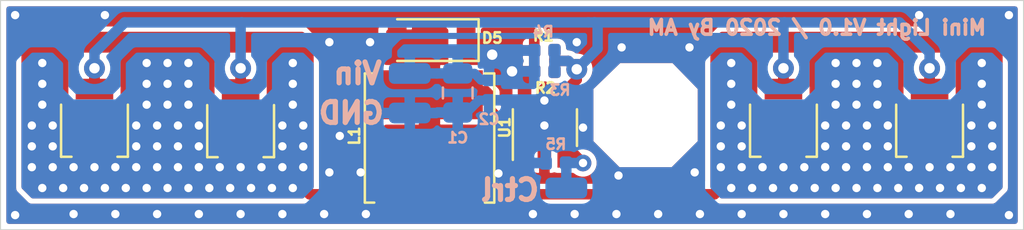
<source format=kicad_pcb>
(kicad_pcb (version 20171130) (host pcbnew 5.1.6)

  (general
    (thickness 1.6)
    (drawings 13)
    (tracks 233)
    (zones 0)
    (modules 18)
    (nets 7)
  )

  (page A4)
  (title_block
    (title MiniLigth)
    (date 2020-06-14)
    (rev V1.0)
    (company "By AM")
  )

  (layers
    (0 F.Cu signal)
    (31 B.Cu signal)
    (32 B.Adhes user)
    (33 F.Adhes user)
    (34 B.Paste user)
    (35 F.Paste user)
    (36 B.SilkS user)
    (37 F.SilkS user)
    (38 B.Mask user hide)
    (39 F.Mask user)
    (40 Dwgs.User user hide)
    (41 Cmts.User user hide)
    (42 Eco1.User user)
    (43 Eco2.User user hide)
    (44 Edge.Cuts user)
    (45 Margin user hide)
    (46 B.CrtYd user)
    (47 F.CrtYd user)
    (48 B.Fab user hide)
    (49 F.Fab user hide)
  )

  (setup
    (last_trace_width 0.5)
    (user_trace_width 0.45)
    (user_trace_width 0.5)
    (user_trace_width 1)
    (trace_clearance 0.2)
    (zone_clearance 0.254)
    (zone_45_only no)
    (trace_min 0.2)
    (via_size 0.8)
    (via_drill 0.4)
    (via_min_size 0.4)
    (via_min_drill 0.3)
    (user_via 1 0.5)
    (uvia_size 0.3)
    (uvia_drill 0.1)
    (uvias_allowed no)
    (uvia_min_size 0.2)
    (uvia_min_drill 0.1)
    (edge_width 0.05)
    (segment_width 0.2)
    (pcb_text_width 0.3)
    (pcb_text_size 1.5 1.5)
    (mod_edge_width 0.12)
    (mod_text_size 0.5 0.5)
    (mod_text_width 0.125)
    (pad_size 1.1 1.1)
    (pad_drill 0)
    (pad_to_mask_clearance 0.051)
    (solder_mask_min_width 0.25)
    (aux_axis_origin 0 0)
    (visible_elements FFFFFF7F)
    (pcbplotparams
      (layerselection 0x010fc_ffffffff)
      (usegerberextensions false)
      (usegerberattributes false)
      (usegerberadvancedattributes false)
      (creategerberjobfile false)
      (excludeedgelayer true)
      (linewidth 0.100000)
      (plotframeref false)
      (viasonmask false)
      (mode 1)
      (useauxorigin false)
      (hpglpennumber 1)
      (hpglpenspeed 20)
      (hpglpendiameter 15.000000)
      (psnegative false)
      (psa4output false)
      (plotreference true)
      (plotvalue true)
      (plotinvisibletext false)
      (padsonsilk false)
      (subtractmaskfromsilk false)
      (outputformat 1)
      (mirror false)
      (drillshape 1)
      (scaleselection 1)
      (outputdirectory ""))
  )

  (net 0 "")
  (net 1 GND)
  (net 2 Ctrl)
  (net 3 VCC)
  (net 4 "Net-(D5-Pad2)")
  (net 5 "Net-(D1-Pad2)")
  (net 6 "Net-(D1-Pad1)")

  (net_class Default "This is the default net class."
    (clearance 0.2)
    (trace_width 0.25)
    (via_dia 0.8)
    (via_drill 0.4)
    (uvia_dia 0.3)
    (uvia_drill 0.1)
    (add_net Ctrl)
    (add_net GND)
    (add_net "Net-(D1-Pad1)")
    (add_net "Net-(D1-Pad2)")
    (add_net "Net-(D5-Pad2)")
    (add_net VCC)
  )

  (module Resistor_SMD:R_0402_1005Metric (layer B.Cu) (tedit 5B301BBD) (tstamp 5EE927BE)
    (at 152.1 102.3)
    (descr "Resistor SMD 0402 (1005 Metric), square (rectangular) end terminal, IPC_7351 nominal, (Body size source: http://www.tortai-tech.com/upload/download/2011102023233369053.pdf), generated with kicad-footprint-generator")
    (tags resistor)
    (path /5EE93234)
    (attr smd)
    (fp_text reference R5 (at 0 -0.9 180) (layer B.SilkS)
      (effects (font (size 0.5 0.5) (thickness 0.125)) (justify mirror))
    )
    (fp_text value nc (at 0 -1.17) (layer B.Fab)
      (effects (font (size 1 1) (thickness 0.15)) (justify mirror))
    )
    (fp_text user %R (at 0 0) (layer B.Fab)
      (effects (font (size 0.25 0.25) (thickness 0.04)) (justify mirror))
    )
    (fp_line (start -0.5 -0.25) (end -0.5 0.25) (layer B.Fab) (width 0.1))
    (fp_line (start -0.5 0.25) (end 0.5 0.25) (layer B.Fab) (width 0.1))
    (fp_line (start 0.5 0.25) (end 0.5 -0.25) (layer B.Fab) (width 0.1))
    (fp_line (start 0.5 -0.25) (end -0.5 -0.25) (layer B.Fab) (width 0.1))
    (fp_line (start -0.93 -0.47) (end -0.93 0.47) (layer B.CrtYd) (width 0.05))
    (fp_line (start -0.93 0.47) (end 0.93 0.47) (layer B.CrtYd) (width 0.05))
    (fp_line (start 0.93 0.47) (end 0.93 -0.47) (layer B.CrtYd) (width 0.05))
    (fp_line (start 0.93 -0.47) (end -0.93 -0.47) (layer B.CrtYd) (width 0.05))
    (pad 2 smd roundrect (at 0.485 0) (size 0.59 0.64) (layers B.Cu B.Paste B.Mask) (roundrect_rratio 0.25)
      (net 2 Ctrl))
    (pad 1 smd roundrect (at -0.485 0) (size 0.59 0.64) (layers B.Cu B.Paste B.Mask) (roundrect_rratio 0.25)
      (net 1 GND))
    (model ${KISYS3DMOD}/Resistor_SMD.3dshapes/R_0402_1005Metric.wrl
      (at (xyz 0 0 0))
      (scale (xyz 1 1 1))
      (rotate (xyz 0 0 0))
    )
  )

  (module mini_light:LED_Cree-JE (layer F.Cu) (tedit 5DA34BA9) (tstamp 5EE64170)
    (at 137 100.02 90)
    (descr https://www.cree.com/led-components/media/documents/data-sheet-JSeries-2835-HE.pdf)
    (tags "LED Cree XH")
    (path /5D7739A1)
    (attr smd)
    (fp_text reference D2 (at 0.3 -2.4 90) (layer F.SilkS) hide
      (effects (font (size 0.5 0.5) (thickness 0.125)))
    )
    (fp_text value "JE2835 HE" (at 0.3 2.7 90) (layer F.Fab)
      (effects (font (size 1 1) (thickness 0.15)))
    )
    (fp_line (start 0.55 0.5) (end -0.45 0) (layer F.Fab) (width 0.1))
    (fp_line (start 0.55 -0.5) (end 0.55 0.5) (layer F.Fab) (width 0.1))
    (fp_line (start -0.45 0) (end 0.55 -0.5) (layer F.Fab) (width 0.1))
    (fp_line (start -0.45 -0.5) (end -0.45 0.5) (layer F.Fab) (width 0.1))
    (fp_line (start -0.95 0) (end -0.45 0) (layer F.Fab) (width 0.1))
    (fp_line (start 1.05 0) (end 0.55 0) (layer F.Fab) (width 0.1))
    (fp_line (start -2 1.6) (end 0.5 1.6) (layer F.SilkS) (width 0.12))
    (fp_line (start -2 1.1) (end -2 1.6) (layer F.SilkS) (width 0.12))
    (fp_line (start -2 -1.6) (end -2 -1.1) (layer F.SilkS) (width 0.12))
    (fp_line (start 0.5 -1.6) (end -2 -1.6) (layer F.SilkS) (width 0.12))
    (fp_line (start 2.3 -1.7) (end -2.1 -1.7) (layer F.CrtYd) (width 0.05))
    (fp_line (start 2.3 1.7) (end 2.3 -1.7) (layer F.CrtYd) (width 0.05))
    (fp_line (start -2.1 1.7) (end 2.3 1.7) (layer F.CrtYd) (width 0.05))
    (fp_line (start -2.1 -1.7) (end -2.1 1.7) (layer F.CrtYd) (width 0.05))
    (fp_line (start -1.75 1.4) (end -1.75 -1.4) (layer F.Fab) (width 0.1))
    (fp_line (start 1.75 1.4) (end -1.75 1.4) (layer F.Fab) (width 0.1))
    (fp_line (start 1.75 -1.4) (end 1.75 1.4) (layer F.Fab) (width 0.1))
    (fp_line (start -1.75 -1.4) (end 1.75 -1.4) (layer F.Fab) (width 0.1))
    (fp_text user %R (at 0.3 0 90) (layer F.Fab)
      (effects (font (size 1 1) (thickness 0.15)))
    )
    (pad 2 smd rect (at 1.25 0 90) (size 0.79 1.44) (layers F.Cu F.Paste)
      (net 5 "Net-(D1-Pad2)"))
    (pad 1 smd rect (at -0.73 0 90) (size 1.65 1.44) (layers F.Cu F.Paste)
      (net 6 "Net-(D1-Pad1)"))
    (pad 2 smd rect (at 1.75 0 90) (size 0.6 0.5) (layers F.Cu F.Mask)
      (net 5 "Net-(D1-Pad2)"))
    (pad 2 smd rect (at 1.25 0 90) (size 0.99 1.8) (layers F.Cu F.Mask)
      (net 5 "Net-(D1-Pad2)"))
    (pad 1 smd rect (at -0.73 0 90) (size 2.06 1.8) (layers F.Cu F.Mask)
      (net 6 "Net-(D1-Pad1)"))
    (model ${KIPRJMOD}/packages3d/Cree_J-2835-3D.step
      (offset (xyz 0 0.09 -3.5))
      (scale (xyz 1 1 1))
      (rotate (xyz 0 0 0))
    )
  )

  (module mini_light:LED_Cree-JE (layer F.Cu) (tedit 5DA34BA9) (tstamp 5EE640BF)
    (at 130 100 90)
    (descr https://www.cree.com/led-components/media/documents/data-sheet-JSeries-2835-HE.pdf)
    (tags "LED Cree XH")
    (path /5D6494B6)
    (attr smd)
    (fp_text reference D1 (at 0.3 -2.4 90) (layer F.SilkS) hide
      (effects (font (size 0.5 0.5) (thickness 0.125)))
    )
    (fp_text value "JE2835 HE" (at 0.3 2.7 90) (layer F.Fab)
      (effects (font (size 1 1) (thickness 0.15)))
    )
    (fp_line (start 0.55 0.5) (end -0.45 0) (layer F.Fab) (width 0.1))
    (fp_line (start 0.55 -0.5) (end 0.55 0.5) (layer F.Fab) (width 0.1))
    (fp_line (start -0.45 0) (end 0.55 -0.5) (layer F.Fab) (width 0.1))
    (fp_line (start -0.45 -0.5) (end -0.45 0.5) (layer F.Fab) (width 0.1))
    (fp_line (start -0.95 0) (end -0.45 0) (layer F.Fab) (width 0.1))
    (fp_line (start 1.05 0) (end 0.55 0) (layer F.Fab) (width 0.1))
    (fp_line (start -2 1.6) (end 0.5 1.6) (layer F.SilkS) (width 0.12))
    (fp_line (start -2 1.1) (end -2 1.6) (layer F.SilkS) (width 0.12))
    (fp_line (start -2 -1.6) (end -2 -1.1) (layer F.SilkS) (width 0.12))
    (fp_line (start 0.5 -1.6) (end -2 -1.6) (layer F.SilkS) (width 0.12))
    (fp_line (start 2.3 -1.7) (end -2.1 -1.7) (layer F.CrtYd) (width 0.05))
    (fp_line (start 2.3 1.7) (end 2.3 -1.7) (layer F.CrtYd) (width 0.05))
    (fp_line (start -2.1 1.7) (end 2.3 1.7) (layer F.CrtYd) (width 0.05))
    (fp_line (start -2.1 -1.7) (end -2.1 1.7) (layer F.CrtYd) (width 0.05))
    (fp_line (start -1.75 1.4) (end -1.75 -1.4) (layer F.Fab) (width 0.1))
    (fp_line (start 1.75 1.4) (end -1.75 1.4) (layer F.Fab) (width 0.1))
    (fp_line (start 1.75 -1.4) (end 1.75 1.4) (layer F.Fab) (width 0.1))
    (fp_line (start -1.75 -1.4) (end 1.75 -1.4) (layer F.Fab) (width 0.1))
    (fp_text user %R (at 0.3 0 90) (layer F.Fab)
      (effects (font (size 1 1) (thickness 0.15)))
    )
    (pad 2 smd rect (at 1.25 0 90) (size 0.79 1.44) (layers F.Cu F.Paste)
      (net 5 "Net-(D1-Pad2)"))
    (pad 1 smd rect (at -0.73 0 90) (size 1.65 1.44) (layers F.Cu F.Paste)
      (net 6 "Net-(D1-Pad1)"))
    (pad 2 smd rect (at 1.75 0 90) (size 0.6 0.5) (layers F.Cu F.Mask)
      (net 5 "Net-(D1-Pad2)"))
    (pad 2 smd rect (at 1.25 0 90) (size 0.99 1.8) (layers F.Cu F.Mask)
      (net 5 "Net-(D1-Pad2)"))
    (pad 1 smd rect (at -0.73 0 90) (size 2.06 1.8) (layers F.Cu F.Mask)
      (net 6 "Net-(D1-Pad1)"))
    (model ${KIPRJMOD}/packages3d/Cree_J-2835-3D.step
      (offset (xyz 0 0.09 -3.5))
      (scale (xyz 1 1 1))
      (rotate (xyz 0 0 0))
    )
  )

  (module Connector_Wire:SolderWirePad_1x01_SMD_1x2mm (layer B.Cu) (tedit 5DD6EB27) (tstamp 5EE641E9)
    (at 145.1 99.9 270)
    (descr "Wire Pad, Square, SMD Pad,  5mm x 10mm,")
    (tags "MesurementPoint Square SMDPad 5mmx10mm ")
    (path /5EE5739D)
    (attr virtual)
    (fp_text reference J3 (at 0 1.8 90) (layer B.SilkS) hide
      (effects (font (size 0.5 0.5) (thickness 0.125)) (justify mirror))
    )
    (fp_text value Conn_01x01_Male (at 0 -2.54 90) (layer B.Fab)
      (effects (font (size 1 1) (thickness 0.15)) (justify mirror))
    )
    (fp_line (start -0.63 -1.27) (end -0.63 1.27) (layer B.Fab) (width 0.1))
    (fp_line (start 0.63 -1.27) (end -0.63 -1.27) (layer B.Fab) (width 0.1))
    (fp_line (start 0.63 1.27) (end 0.63 -1.27) (layer B.Fab) (width 0.1))
    (fp_line (start -0.63 1.27) (end 0.63 1.27) (layer B.Fab) (width 0.1))
    (fp_line (start -0.63 1.27) (end -0.63 -1.27) (layer B.CrtYd) (width 0.05))
    (fp_line (start -0.63 -1.27) (end 0.63 -1.27) (layer B.CrtYd) (width 0.05))
    (fp_line (start 0.63 -1.27) (end 0.63 1.27) (layer B.CrtYd) (width 0.05))
    (fp_line (start 0.63 1.27) (end -0.63 1.27) (layer B.CrtYd) (width 0.05))
    (fp_text user %R (at 0 0 90) (layer B.Fab)
      (effects (font (size 1 1) (thickness 0.15)) (justify mirror))
    )
    (pad 1 smd roundrect (at 0 0 270) (size 1 2) (layers B.Cu B.Paste B.Mask) (roundrect_rratio 0.25)
      (net 1 GND))
  )

  (module Connector_Wire:SolderWirePad_1x01_SMD_1x2mm (layer B.Cu) (tedit 5DD6EB27) (tstamp 5EE63F5B)
    (at 152.6 103.5 270)
    (descr "Wire Pad, Square, SMD Pad,  5mm x 10mm,")
    (tags "MesurementPoint Square SMDPad 5mmx10mm ")
    (path /5EE5705D)
    (attr virtual)
    (fp_text reference J2 (at 0 1.85 180) (layer B.SilkS) hide
      (effects (font (size 0.5 0.5) (thickness 0.125)) (justify mirror))
    )
    (fp_text value Conn_01x01_Male (at 0 -2.54 90) (layer B.Fab)
      (effects (font (size 1 1) (thickness 0.15)) (justify mirror))
    )
    (fp_line (start -0.63 -1.27) (end -0.63 1.27) (layer B.Fab) (width 0.1))
    (fp_line (start 0.63 -1.27) (end -0.63 -1.27) (layer B.Fab) (width 0.1))
    (fp_line (start 0.63 1.27) (end 0.63 -1.27) (layer B.Fab) (width 0.1))
    (fp_line (start -0.63 1.27) (end 0.63 1.27) (layer B.Fab) (width 0.1))
    (fp_line (start -0.63 1.27) (end -0.63 -1.27) (layer B.CrtYd) (width 0.05))
    (fp_line (start -0.63 -1.27) (end 0.63 -1.27) (layer B.CrtYd) (width 0.05))
    (fp_line (start 0.63 -1.27) (end 0.63 1.27) (layer B.CrtYd) (width 0.05))
    (fp_line (start 0.63 1.27) (end -0.63 1.27) (layer B.CrtYd) (width 0.05))
    (fp_text user %R (at 0 0 90) (layer B.Fab)
      (effects (font (size 1 1) (thickness 0.15)) (justify mirror))
    )
    (pad 1 smd roundrect (at 0 0 270) (size 1 2) (layers B.Cu B.Paste B.Mask) (roundrect_rratio 0.25)
      (net 2 Ctrl))
  )

  (module Connector_Wire:SolderWirePad_1x01_SMD_1x2mm (layer B.Cu) (tedit 5DD6EB27) (tstamp 5EE63F31)
    (at 145.1 98 90)
    (descr "Wire Pad, Square, SMD Pad,  5mm x 10mm,")
    (tags "MesurementPoint Square SMDPad 5mmx10mm ")
    (path /5EE56257)
    (attr virtual)
    (fp_text reference J1 (at 0 1.7 90) (layer B.SilkS) hide
      (effects (font (size 0.5 0.5) (thickness 0.125)) (justify mirror))
    )
    (fp_text value Conn_01x01_Male (at 0 -2.54 90) (layer B.Fab)
      (effects (font (size 1 1) (thickness 0.15)) (justify mirror))
    )
    (fp_line (start -0.63 -1.27) (end -0.63 1.27) (layer B.Fab) (width 0.1))
    (fp_line (start 0.63 -1.27) (end -0.63 -1.27) (layer B.Fab) (width 0.1))
    (fp_line (start 0.63 1.27) (end 0.63 -1.27) (layer B.Fab) (width 0.1))
    (fp_line (start -0.63 1.27) (end 0.63 1.27) (layer B.Fab) (width 0.1))
    (fp_line (start -0.63 1.27) (end -0.63 -1.27) (layer B.CrtYd) (width 0.05))
    (fp_line (start -0.63 -1.27) (end 0.63 -1.27) (layer B.CrtYd) (width 0.05))
    (fp_line (start 0.63 -1.27) (end 0.63 1.27) (layer B.CrtYd) (width 0.05))
    (fp_line (start 0.63 1.27) (end -0.63 1.27) (layer B.CrtYd) (width 0.05))
    (fp_text user %R (at 0 0 90) (layer B.Fab)
      (effects (font (size 1 1) (thickness 0.15)) (justify mirror))
    )
    (pad 1 smd roundrect (at 0 0 90) (size 1 2) (layers B.Cu B.Paste B.Mask) (roundrect_rratio 0.25)
      (net 3 VCC))
  )

  (module MountingHole:MountingHole_2.2mm_M2 (layer F.Cu) (tedit 56D1B4CB) (tstamp 5EE63FA9)
    (at 156.4 100)
    (descr "Mounting Hole 2.2mm, no annular, M2")
    (tags "mounting hole 2.2mm no annular m2")
    (path /5EDED6A8)
    (attr virtual)
    (fp_text reference H1 (at 0 -3.2) (layer F.SilkS) hide
      (effects (font (size 0.5 0.5) (thickness 0.125)))
    )
    (fp_text value MountingHole (at 0 3.2) (layer F.Fab)
      (effects (font (size 1 1) (thickness 0.15)))
    )
    (fp_circle (center 0 0) (end 2.2 0) (layer Cmts.User) (width 0.15))
    (fp_circle (center 0 0) (end 2.45 0) (layer F.CrtYd) (width 0.05))
    (fp_text user %R (at 0.3 0) (layer F.Fab)
      (effects (font (size 1 1) (thickness 0.15)))
    )
    (pad 1 np_thru_hole circle (at 0 0) (size 2.2 2.2) (drill 2.2) (layers *.Cu *.Mask))
  )

  (module Package_TO_SOT_SMD:TSOT-23-5 (layer F.Cu) (tedit 5A02FF57) (tstamp 5EE63EA2)
    (at 151.55 100.6 90)
    (descr "5-pin TSOT23 package, http://cds.linear.com/docs/en/packaging/SOT_5_05-08-1635.pdf")
    (tags TSOT-23-5)
    (path /5D6483D2)
    (attr smd)
    (fp_text reference U1 (at 0 -1.9 90) (layer F.SilkS)
      (effects (font (size 0.5 0.5) (thickness 0.125)))
    )
    (fp_text value AL8860WT-7 (at 0 2.5 90) (layer F.Fab)
      (effects (font (size 1 1) (thickness 0.15)))
    )
    (fp_line (start -0.88 1.56) (end 0.88 1.56) (layer F.SilkS) (width 0.12))
    (fp_line (start 0.88 -1.51) (end -1.55 -1.51) (layer F.SilkS) (width 0.12))
    (fp_line (start -0.88 -1) (end -0.43 -1.45) (layer F.Fab) (width 0.1))
    (fp_line (start 0.88 -1.45) (end -0.43 -1.45) (layer F.Fab) (width 0.1))
    (fp_line (start -0.88 -1) (end -0.88 1.45) (layer F.Fab) (width 0.1))
    (fp_line (start 0.88 1.45) (end -0.88 1.45) (layer F.Fab) (width 0.1))
    (fp_line (start 0.88 -1.45) (end 0.88 1.45) (layer F.Fab) (width 0.1))
    (fp_line (start -2.17 -1.7) (end 2.17 -1.7) (layer F.CrtYd) (width 0.05))
    (fp_line (start -2.17 -1.7) (end -2.17 1.7) (layer F.CrtYd) (width 0.05))
    (fp_line (start 2.17 1.7) (end 2.17 -1.7) (layer F.CrtYd) (width 0.05))
    (fp_line (start 2.17 1.7) (end -2.17 1.7) (layer F.CrtYd) (width 0.05))
    (fp_text user %R (at 0 0) (layer F.Fab)
      (effects (font (size 1 1) (thickness 0.15)))
    )
    (pad 5 smd rect (at 1.31 -0.95 90) (size 1.22 0.65) (layers F.Cu F.Paste F.Mask)
      (net 3 VCC))
    (pad 4 smd rect (at 1.31 0.95 90) (size 1.22 0.65) (layers F.Cu F.Paste F.Mask)
      (net 5 "Net-(D1-Pad2)"))
    (pad 3 smd rect (at -1.31 0.95 90) (size 1.22 0.65) (layers F.Cu F.Paste F.Mask)
      (net 2 Ctrl))
    (pad 2 smd rect (at -1.31 0 90) (size 1.22 0.65) (layers F.Cu F.Paste F.Mask)
      (net 1 GND))
    (pad 1 smd rect (at -1.31 -0.95 90) (size 1.22 0.65) (layers F.Cu F.Paste F.Mask)
      (net 4 "Net-(D5-Pad2)"))
    (model ${KISYS3DMOD}/Package_TO_SOT_SMD.3dshapes/TSOT-23-5.wrl
      (at (xyz 0 0 0))
      (scale (xyz 1 1 1))
      (rotate (xyz 0 0 0))
    )
  )

  (module Resistor_SMD:R_0402_1005Metric (layer B.Cu) (tedit 5B301BBD) (tstamp 5EE63FD7)
    (at 151.55 96.9 180)
    (descr "Resistor SMD 0402 (1005 Metric), square (rectangular) end terminal, IPC_7351 nominal, (Body size source: http://www.tortai-tech.com/upload/download/2011102023233369053.pdf), generated with kicad-footprint-generator")
    (tags resistor)
    (path /5EDD7B78)
    (attr smd)
    (fp_text reference R4 (at 0.05 0.9) (layer B.SilkS)
      (effects (font (size 0.5 0.5) (thickness 0.125)) (justify mirror))
    )
    (fp_text value 1R (at 0 -1.17) (layer B.Fab)
      (effects (font (size 1 1) (thickness 0.15)) (justify mirror))
    )
    (fp_line (start -0.5 -0.25) (end -0.5 0.25) (layer B.Fab) (width 0.1))
    (fp_line (start -0.5 0.25) (end 0.5 0.25) (layer B.Fab) (width 0.1))
    (fp_line (start 0.5 0.25) (end 0.5 -0.25) (layer B.Fab) (width 0.1))
    (fp_line (start 0.5 -0.25) (end -0.5 -0.25) (layer B.Fab) (width 0.1))
    (fp_line (start -0.93 -0.47) (end -0.93 0.47) (layer B.CrtYd) (width 0.05))
    (fp_line (start -0.93 0.47) (end 0.93 0.47) (layer B.CrtYd) (width 0.05))
    (fp_line (start 0.93 0.47) (end 0.93 -0.47) (layer B.CrtYd) (width 0.05))
    (fp_line (start 0.93 -0.47) (end -0.93 -0.47) (layer B.CrtYd) (width 0.05))
    (fp_text user %R (at 0 0) (layer B.Fab)
      (effects (font (size 1 1) (thickness 0.15)) (justify mirror))
    )
    (pad 2 smd roundrect (at 0.485 0 180) (size 0.59 0.64) (layers B.Cu B.Paste B.Mask) (roundrect_rratio 0.25)
      (net 3 VCC))
    (pad 1 smd roundrect (at -0.485 0 180) (size 0.59 0.64) (layers B.Cu B.Paste B.Mask) (roundrect_rratio 0.25)
      (net 5 "Net-(D1-Pad2)"))
    (model ${KISYS3DMOD}/Resistor_SMD.3dshapes/R_0402_1005Metric.wrl
      (at (xyz 0 0 0))
      (scale (xyz 1 1 1))
      (rotate (xyz 0 0 0))
    )
  )

  (module Resistor_SMD:R_0402_1005Metric (layer B.Cu) (tedit 5B301BBD) (tstamp 5EE63F83)
    (at 151.55 97.9 180)
    (descr "Resistor SMD 0402 (1005 Metric), square (rectangular) end terminal, IPC_7351 nominal, (Body size source: http://www.tortai-tech.com/upload/download/2011102023233369053.pdf), generated with kicad-footprint-generator")
    (tags resistor)
    (path /5EDD76B4)
    (attr smd)
    (fp_text reference R3 (at -0.75 -0.9 180) (layer B.SilkS)
      (effects (font (size 0.5 0.5) (thickness 0.125)) (justify mirror))
    )
    (fp_text value 1R (at 0 -1.17 180) (layer B.Fab)
      (effects (font (size 1 1) (thickness 0.15)) (justify mirror))
    )
    (fp_line (start -0.5 -0.25) (end -0.5 0.25) (layer B.Fab) (width 0.1))
    (fp_line (start -0.5 0.25) (end 0.5 0.25) (layer B.Fab) (width 0.1))
    (fp_line (start 0.5 0.25) (end 0.5 -0.25) (layer B.Fab) (width 0.1))
    (fp_line (start 0.5 -0.25) (end -0.5 -0.25) (layer B.Fab) (width 0.1))
    (fp_line (start -0.93 -0.47) (end -0.93 0.47) (layer B.CrtYd) (width 0.05))
    (fp_line (start -0.93 0.47) (end 0.93 0.47) (layer B.CrtYd) (width 0.05))
    (fp_line (start 0.93 0.47) (end 0.93 -0.47) (layer B.CrtYd) (width 0.05))
    (fp_line (start 0.93 -0.47) (end -0.93 -0.47) (layer B.CrtYd) (width 0.05))
    (fp_text user %R (at 0 0 180) (layer B.Fab)
      (effects (font (size 1 1) (thickness 0.15)) (justify mirror))
    )
    (pad 2 smd roundrect (at 0.485 0 180) (size 0.59 0.64) (layers B.Cu B.Paste B.Mask) (roundrect_rratio 0.25)
      (net 3 VCC))
    (pad 1 smd roundrect (at -0.485 0 180) (size 0.59 0.64) (layers B.Cu B.Paste B.Mask) (roundrect_rratio 0.25)
      (net 5 "Net-(D1-Pad2)"))
    (model ${KISYS3DMOD}/Resistor_SMD.3dshapes/R_0402_1005Metric.wrl
      (at (xyz 0 0 0))
      (scale (xyz 1 1 1))
      (rotate (xyz 0 0 0))
    )
  )

  (module Resistor_SMD:R_0402_1005Metric (layer F.Cu) (tedit 5B301BBD) (tstamp 5EE63E5A)
    (at 151.55 97.9 180)
    (descr "Resistor SMD 0402 (1005 Metric), square (rectangular) end terminal, IPC_7351 nominal, (Body size source: http://www.tortai-tech.com/upload/download/2011102023233369053.pdf), generated with kicad-footprint-generator")
    (tags resistor)
    (path /5EDD730A)
    (attr smd)
    (fp_text reference R2 (at -0.05 -0.8) (layer F.SilkS)
      (effects (font (size 0.5 0.5) (thickness 0.125)))
    )
    (fp_text value 1R (at 0 1.17 180) (layer F.Fab)
      (effects (font (size 1 1) (thickness 0.15)))
    )
    (fp_line (start -0.5 0.25) (end -0.5 -0.25) (layer F.Fab) (width 0.1))
    (fp_line (start -0.5 -0.25) (end 0.5 -0.25) (layer F.Fab) (width 0.1))
    (fp_line (start 0.5 -0.25) (end 0.5 0.25) (layer F.Fab) (width 0.1))
    (fp_line (start 0.5 0.25) (end -0.5 0.25) (layer F.Fab) (width 0.1))
    (fp_line (start -0.93 0.47) (end -0.93 -0.47) (layer F.CrtYd) (width 0.05))
    (fp_line (start -0.93 -0.47) (end 0.93 -0.47) (layer F.CrtYd) (width 0.05))
    (fp_line (start 0.93 -0.47) (end 0.93 0.47) (layer F.CrtYd) (width 0.05))
    (fp_line (start 0.93 0.47) (end -0.93 0.47) (layer F.CrtYd) (width 0.05))
    (fp_text user %R (at 0 0 180) (layer F.Fab)
      (effects (font (size 1 1) (thickness 0.15)))
    )
    (pad 2 smd roundrect (at 0.485 0 180) (size 0.59 0.64) (layers F.Cu F.Paste F.Mask) (roundrect_rratio 0.25)
      (net 3 VCC))
    (pad 1 smd roundrect (at -0.485 0 180) (size 0.59 0.64) (layers F.Cu F.Paste F.Mask) (roundrect_rratio 0.25)
      (net 5 "Net-(D1-Pad2)"))
    (model ${KISYS3DMOD}/Resistor_SMD.3dshapes/R_0402_1005Metric.wrl
      (at (xyz 0 0 0))
      (scale (xyz 1 1 1))
      (rotate (xyz 0 0 0))
    )
  )

  (module Resistor_SMD:R_0402_1005Metric (layer F.Cu) (tedit 5B301BBD) (tstamp 5EE64103)
    (at 151.55 96.9 180)
    (descr "Resistor SMD 0402 (1005 Metric), square (rectangular) end terminal, IPC_7351 nominal, (Body size source: http://www.tortai-tech.com/upload/download/2011102023233369053.pdf), generated with kicad-footprint-generator")
    (tags resistor)
    (path /5EAC6396)
    (attr smd)
    (fp_text reference R1 (at 0.05 0.7 180) (layer F.SilkS)
      (effects (font (size 0.5 0.5) (thickness 0.125)))
    )
    (fp_text value 1R (at 0 1.17 180) (layer F.Fab)
      (effects (font (size 1 1) (thickness 0.15)))
    )
    (fp_line (start -0.5 0.25) (end -0.5 -0.25) (layer F.Fab) (width 0.1))
    (fp_line (start -0.5 -0.25) (end 0.5 -0.25) (layer F.Fab) (width 0.1))
    (fp_line (start 0.5 -0.25) (end 0.5 0.25) (layer F.Fab) (width 0.1))
    (fp_line (start 0.5 0.25) (end -0.5 0.25) (layer F.Fab) (width 0.1))
    (fp_line (start -0.93 0.47) (end -0.93 -0.47) (layer F.CrtYd) (width 0.05))
    (fp_line (start -0.93 -0.47) (end 0.93 -0.47) (layer F.CrtYd) (width 0.05))
    (fp_line (start 0.93 -0.47) (end 0.93 0.47) (layer F.CrtYd) (width 0.05))
    (fp_line (start 0.93 0.47) (end -0.93 0.47) (layer F.CrtYd) (width 0.05))
    (fp_text user %R (at 0 0 180) (layer F.Fab)
      (effects (font (size 1 1) (thickness 0.15)))
    )
    (pad 2 smd roundrect (at 0.485 0 180) (size 0.59 0.64) (layers F.Cu F.Paste F.Mask) (roundrect_rratio 0.25)
      (net 3 VCC))
    (pad 1 smd roundrect (at -0.485 0 180) (size 0.59 0.64) (layers F.Cu F.Paste F.Mask) (roundrect_rratio 0.25)
      (net 5 "Net-(D1-Pad2)"))
    (model ${KISYS3DMOD}/Resistor_SMD.3dshapes/R_0402_1005Metric.wrl
      (at (xyz 0 0 0))
      (scale (xyz 1 1 1))
      (rotate (xyz 0 0 0))
    )
  )

  (module Inductor_SMD:L_Bourns_SRN6045TA (layer F.Cu) (tedit 5B61DEEA) (tstamp 5EE63DD3)
    (at 146.05 101.1 90)
    (descr http://www.bourns.com/docs/product-datasheets/srn6045ta.pdf)
    (tags "Semi-shielded Power Inductor")
    (path /5D648CFF)
    (attr smd)
    (fp_text reference L1 (at 0.1 -3.6 90) (layer F.SilkS)
      (effects (font (size 0.5 0.5) (thickness 0.125)))
    )
    (fp_text value 47uH (at 0 4.2 90) (layer F.Fab)
      (effects (font (size 1 1) (thickness 0.15)))
    )
    (fp_line (start -3 -3) (end 3 -3) (layer F.Fab) (width 0.1))
    (fp_line (start -3 -3) (end -3 3) (layer F.Fab) (width 0.1))
    (fp_line (start -3 3) (end 3 3) (layer F.Fab) (width 0.1))
    (fp_line (start 3 3) (end 3 -3) (layer F.Fab) (width 0.1))
    (fp_line (start -3.1 -3.1) (end 3.1 -3.1) (layer F.SilkS) (width 0.12))
    (fp_line (start 3.1 -3.1) (end 3.1 -2.65) (layer F.SilkS) (width 0.12))
    (fp_line (start 3.1 3.1) (end -3.1 3.1) (layer F.SilkS) (width 0.12))
    (fp_line (start 3.1 3.1) (end 3.1 2.65) (layer F.SilkS) (width 0.12))
    (fp_line (start -3.1 3.1) (end -3.1 2.65) (layer F.SilkS) (width 0.12))
    (fp_line (start 3.5 3.25) (end 3.5 -3.25) (layer F.CrtYd) (width 0.05))
    (fp_line (start -3.5 -3.25) (end -3.5 3.25) (layer F.CrtYd) (width 0.05))
    (fp_line (start -3.5 3.25) (end 3.5 3.25) (layer F.CrtYd) (width 0.05))
    (fp_line (start 3.5 -3.25) (end -3.5 -3.25) (layer F.CrtYd) (width 0.05))
    (fp_line (start -3.1 -3.1) (end -3.1 -2.65) (layer F.SilkS) (width 0.12))
    (fp_text user %R (at 0 0) (layer F.Fab)
      (effects (font (size 1 1) (thickness 0.15)))
    )
    (pad 2 smd rect (at 2.075 0 90) (size 2.35 5.1) (layers F.Cu F.Paste F.Mask)
      (net 4 "Net-(D5-Pad2)"))
    (pad 1 smd rect (at -2.075 0 90) (size 2.35 5.1) (layers F.Cu F.Paste F.Mask)
      (net 6 "Net-(D1-Pad1)"))
    (model ${KISYS3DMOD}/Inductor_SMD.3dshapes/L_Bourns_SRN6045TA.wrl
      (at (xyz 0 0 0))
      (scale (xyz 1 1 1))
      (rotate (xyz 0 0 0))
    )
  )

  (module Diode_SMD:D_SOD-123 (layer F.Cu) (tedit 58645DC7) (tstamp 5EE64011)
    (at 146.15 96.4 180)
    (descr SOD-123)
    (tags SOD-123)
    (path /5D64C25E)
    (attr smd)
    (fp_text reference D5 (at -2.9 0.1) (layer F.SilkS)
      (effects (font (size 0.5 0.5) (thickness 0.125)))
    )
    (fp_text value PMEG40T10ERX (at 0 2.1) (layer F.Fab)
      (effects (font (size 1 1) (thickness 0.15)))
    )
    (fp_line (start -2.25 -1) (end -2.25 1) (layer F.SilkS) (width 0.12))
    (fp_line (start 0.25 0) (end 0.75 0) (layer F.Fab) (width 0.1))
    (fp_line (start 0.25 0.4) (end -0.35 0) (layer F.Fab) (width 0.1))
    (fp_line (start 0.25 -0.4) (end 0.25 0.4) (layer F.Fab) (width 0.1))
    (fp_line (start -0.35 0) (end 0.25 -0.4) (layer F.Fab) (width 0.1))
    (fp_line (start -0.35 0) (end -0.35 0.55) (layer F.Fab) (width 0.1))
    (fp_line (start -0.35 0) (end -0.35 -0.55) (layer F.Fab) (width 0.1))
    (fp_line (start -0.75 0) (end -0.35 0) (layer F.Fab) (width 0.1))
    (fp_line (start -1.4 0.9) (end -1.4 -0.9) (layer F.Fab) (width 0.1))
    (fp_line (start 1.4 0.9) (end -1.4 0.9) (layer F.Fab) (width 0.1))
    (fp_line (start 1.4 -0.9) (end 1.4 0.9) (layer F.Fab) (width 0.1))
    (fp_line (start -1.4 -0.9) (end 1.4 -0.9) (layer F.Fab) (width 0.1))
    (fp_line (start -2.35 -1.15) (end 2.35 -1.15) (layer F.CrtYd) (width 0.05))
    (fp_line (start 2.35 -1.15) (end 2.35 1.15) (layer F.CrtYd) (width 0.05))
    (fp_line (start 2.35 1.15) (end -2.35 1.15) (layer F.CrtYd) (width 0.05))
    (fp_line (start -2.35 -1.15) (end -2.35 1.15) (layer F.CrtYd) (width 0.05))
    (fp_line (start -2.25 1) (end 1.65 1) (layer F.SilkS) (width 0.12))
    (fp_line (start -2.25 -1) (end 1.65 -1) (layer F.SilkS) (width 0.12))
    (fp_text user %R (at 0 -2) (layer F.Fab)
      (effects (font (size 1 1) (thickness 0.15)))
    )
    (pad 2 smd rect (at 1.65 0 180) (size 0.9 1.2) (layers F.Cu F.Paste F.Mask)
      (net 4 "Net-(D5-Pad2)"))
    (pad 1 smd rect (at -1.65 0 180) (size 0.9 1.2) (layers F.Cu F.Paste F.Mask)
      (net 3 VCC))
    (model ${KISYS3DMOD}/Diode_SMD.3dshapes/D_SOD-123.wrl
      (at (xyz 0 0 0))
      (scale (xyz 1 1 1))
      (rotate (xyz 0 0 0))
    )
  )

  (module mini_light:LED_Cree-JE (layer F.Cu) (tedit 5DA34BA9) (tstamp 5EE63E16)
    (at 170 100 90)
    (descr https://www.cree.com/led-components/media/documents/data-sheet-JSeries-2835-HE.pdf)
    (tags "LED Cree XH")
    (path /5DA5B5DE)
    (attr smd)
    (fp_text reference D4 (at 0.3 -2.4 90) (layer F.SilkS) hide
      (effects (font (size 0.5 0.5) (thickness 0.125)))
    )
    (fp_text value "JE2835 HE" (at 0.3 2.7 90) (layer F.Fab)
      (effects (font (size 1 1) (thickness 0.15)))
    )
    (fp_line (start 0.55 0.5) (end -0.45 0) (layer F.Fab) (width 0.1))
    (fp_line (start 0.55 -0.5) (end 0.55 0.5) (layer F.Fab) (width 0.1))
    (fp_line (start -0.45 0) (end 0.55 -0.5) (layer F.Fab) (width 0.1))
    (fp_line (start -0.45 -0.5) (end -0.45 0.5) (layer F.Fab) (width 0.1))
    (fp_line (start -0.95 0) (end -0.45 0) (layer F.Fab) (width 0.1))
    (fp_line (start 1.05 0) (end 0.55 0) (layer F.Fab) (width 0.1))
    (fp_line (start -2 1.6) (end 0.5 1.6) (layer F.SilkS) (width 0.12))
    (fp_line (start -2 1.1) (end -2 1.6) (layer F.SilkS) (width 0.12))
    (fp_line (start -2 -1.6) (end -2 -1.1) (layer F.SilkS) (width 0.12))
    (fp_line (start 0.5 -1.6) (end -2 -1.6) (layer F.SilkS) (width 0.12))
    (fp_line (start 2.3 -1.7) (end -2.1 -1.7) (layer F.CrtYd) (width 0.05))
    (fp_line (start 2.3 1.7) (end 2.3 -1.7) (layer F.CrtYd) (width 0.05))
    (fp_line (start -2.1 1.7) (end 2.3 1.7) (layer F.CrtYd) (width 0.05))
    (fp_line (start -2.1 -1.7) (end -2.1 1.7) (layer F.CrtYd) (width 0.05))
    (fp_line (start -1.75 1.4) (end -1.75 -1.4) (layer F.Fab) (width 0.1))
    (fp_line (start 1.75 1.4) (end -1.75 1.4) (layer F.Fab) (width 0.1))
    (fp_line (start 1.75 -1.4) (end 1.75 1.4) (layer F.Fab) (width 0.1))
    (fp_line (start -1.75 -1.4) (end 1.75 -1.4) (layer F.Fab) (width 0.1))
    (fp_text user %R (at 0.3 0 90) (layer F.Fab)
      (effects (font (size 1 1) (thickness 0.15)))
    )
    (pad 2 smd rect (at 1.25 0 90) (size 0.79 1.44) (layers F.Cu F.Paste)
      (net 5 "Net-(D1-Pad2)"))
    (pad 1 smd rect (at -0.73 0 90) (size 1.65 1.44) (layers F.Cu F.Paste)
      (net 6 "Net-(D1-Pad1)"))
    (pad 2 smd rect (at 1.75 0 90) (size 0.6 0.5) (layers F.Cu F.Mask)
      (net 5 "Net-(D1-Pad2)"))
    (pad 2 smd rect (at 1.25 0 90) (size 0.99 1.8) (layers F.Cu F.Mask)
      (net 5 "Net-(D1-Pad2)"))
    (pad 1 smd rect (at -0.73 0 90) (size 2.06 1.8) (layers F.Cu F.Mask)
      (net 6 "Net-(D1-Pad1)"))
    (model ${KIPRJMOD}/packages3d/Cree_J-2835-3D.step
      (offset (xyz 0 0.09 -3.5))
      (scale (xyz 1 1 1))
      (rotate (xyz 0 0 0))
    )
  )

  (module mini_light:LED_Cree-JE (layer F.Cu) (tedit 5DA34BA9) (tstamp 5EE63EE5)
    (at 163 100 90)
    (descr https://www.cree.com/led-components/media/documents/data-sheet-JSeries-2835-HE.pdf)
    (tags "LED Cree XH")
    (path /5DA59699)
    (attr smd)
    (fp_text reference D3 (at 0.3 -2.4 90) (layer F.SilkS) hide
      (effects (font (size 0.5 0.5) (thickness 0.125)))
    )
    (fp_text value "JE2835 HE" (at 0.3 2.7 90) (layer F.Fab)
      (effects (font (size 1 1) (thickness 0.15)))
    )
    (fp_line (start 0.55 0.5) (end -0.45 0) (layer F.Fab) (width 0.1))
    (fp_line (start 0.55 -0.5) (end 0.55 0.5) (layer F.Fab) (width 0.1))
    (fp_line (start -0.45 0) (end 0.55 -0.5) (layer F.Fab) (width 0.1))
    (fp_line (start -0.45 -0.5) (end -0.45 0.5) (layer F.Fab) (width 0.1))
    (fp_line (start -0.95 0) (end -0.45 0) (layer F.Fab) (width 0.1))
    (fp_line (start 1.05 0) (end 0.55 0) (layer F.Fab) (width 0.1))
    (fp_line (start -2 1.6) (end 0.5 1.6) (layer F.SilkS) (width 0.12))
    (fp_line (start -2 1.1) (end -2 1.6) (layer F.SilkS) (width 0.12))
    (fp_line (start -2 -1.6) (end -2 -1.1) (layer F.SilkS) (width 0.12))
    (fp_line (start 0.5 -1.6) (end -2 -1.6) (layer F.SilkS) (width 0.12))
    (fp_line (start 2.3 -1.7) (end -2.1 -1.7) (layer F.CrtYd) (width 0.05))
    (fp_line (start 2.3 1.7) (end 2.3 -1.7) (layer F.CrtYd) (width 0.05))
    (fp_line (start -2.1 1.7) (end 2.3 1.7) (layer F.CrtYd) (width 0.05))
    (fp_line (start -2.1 -1.7) (end -2.1 1.7) (layer F.CrtYd) (width 0.05))
    (fp_line (start -1.75 1.4) (end -1.75 -1.4) (layer F.Fab) (width 0.1))
    (fp_line (start 1.75 1.4) (end -1.75 1.4) (layer F.Fab) (width 0.1))
    (fp_line (start 1.75 -1.4) (end 1.75 1.4) (layer F.Fab) (width 0.1))
    (fp_line (start -1.75 -1.4) (end 1.75 -1.4) (layer F.Fab) (width 0.1))
    (fp_text user %R (at 0.3 0 90) (layer F.Fab)
      (effects (font (size 1 1) (thickness 0.15)))
    )
    (pad 2 smd rect (at 1.25 0 90) (size 0.79 1.44) (layers F.Cu F.Paste)
      (net 5 "Net-(D1-Pad2)"))
    (pad 1 smd rect (at -0.73 0 90) (size 1.65 1.44) (layers F.Cu F.Paste)
      (net 6 "Net-(D1-Pad1)"))
    (pad 2 smd rect (at 1.75 0 90) (size 0.6 0.5) (layers F.Cu F.Mask)
      (net 5 "Net-(D1-Pad2)"))
    (pad 2 smd rect (at 1.25 0 90) (size 0.99 1.8) (layers F.Cu F.Mask)
      (net 5 "Net-(D1-Pad2)"))
    (pad 1 smd rect (at -0.73 0 90) (size 2.06 1.8) (layers F.Cu F.Mask)
      (net 6 "Net-(D1-Pad1)"))
    (model ${KIPRJMOD}/packages3d/Cree_J-2835-3D.step
      (offset (xyz 0 0.09 -3.5))
      (scale (xyz 1 1 1))
      (rotate (xyz 0 0 0))
    )
  )

  (module Capacitor_SMD:C_0402_1005Metric (layer B.Cu) (tedit 5B301BBE) (tstamp 5EE6412D)
    (at 148.9 98.8 270)
    (descr "Capacitor SMD 0402 (1005 Metric), square (rectangular) end terminal, IPC_7351 nominal, (Body size source: http://www.tortai-tech.com/upload/download/2011102023233369053.pdf), generated with kicad-footprint-generator")
    (tags capacitor)
    (path /5D7D6AB4)
    (attr smd)
    (fp_text reference C2 (at 1.4 0) (layer B.SilkS)
      (effects (font (size 0.5 0.5) (thickness 0.125)) (justify mirror))
    )
    (fp_text value 100nF (at 0 -1.17 270) (layer B.Fab)
      (effects (font (size 1 1) (thickness 0.15)) (justify mirror))
    )
    (fp_line (start -0.5 -0.25) (end -0.5 0.25) (layer B.Fab) (width 0.1))
    (fp_line (start -0.5 0.25) (end 0.5 0.25) (layer B.Fab) (width 0.1))
    (fp_line (start 0.5 0.25) (end 0.5 -0.25) (layer B.Fab) (width 0.1))
    (fp_line (start 0.5 -0.25) (end -0.5 -0.25) (layer B.Fab) (width 0.1))
    (fp_line (start -0.93 -0.47) (end -0.93 0.47) (layer B.CrtYd) (width 0.05))
    (fp_line (start -0.93 0.47) (end 0.93 0.47) (layer B.CrtYd) (width 0.05))
    (fp_line (start 0.93 0.47) (end 0.93 -0.47) (layer B.CrtYd) (width 0.05))
    (fp_line (start 0.93 -0.47) (end -0.93 -0.47) (layer B.CrtYd) (width 0.05))
    (fp_text user %R (at 0 0 270) (layer B.Fab)
      (effects (font (size 1 1) (thickness 0.15)) (justify mirror))
    )
    (pad 2 smd roundrect (at 0.485 0 270) (size 0.59 0.64) (layers B.Cu B.Paste B.Mask) (roundrect_rratio 0.25)
      (net 1 GND))
    (pad 1 smd roundrect (at -0.485 0 270) (size 0.59 0.64) (layers B.Cu B.Paste B.Mask) (roundrect_rratio 0.25)
      (net 3 VCC))
    (model ${KISYS3DMOD}/Capacitor_SMD.3dshapes/C_0402_1005Metric.wrl
      (at (xyz 0 0 0))
      (scale (xyz 1 1 1))
      (rotate (xyz 0 0 0))
    )
  )

  (module Capacitor_SMD:C_0805_2012Metric (layer B.Cu) (tedit 5B36C52B) (tstamp 5EE64084)
    (at 147.4 98.9375 270)
    (descr "Capacitor SMD 0805 (2012 Metric), square (rectangular) end terminal, IPC_7351 nominal, (Body size source: https://docs.google.com/spreadsheets/d/1BsfQQcO9C6DZCsRaXUlFlo91Tg2WpOkGARC1WS5S8t0/edit?usp=sharing), generated with kicad-footprint-generator")
    (tags capacitor)
    (path /5D7D6AAE)
    (attr smd)
    (fp_text reference C1 (at 2.15 0) (layer B.SilkS)
      (effects (font (size 0.5 0.5) (thickness 0.125)) (justify mirror))
    )
    (fp_text value 10uF (at 0 -1.65 270) (layer B.Fab)
      (effects (font (size 1 1) (thickness 0.15)) (justify mirror))
    )
    (fp_line (start -1 -0.6) (end -1 0.6) (layer B.Fab) (width 0.1))
    (fp_line (start -1 0.6) (end 1 0.6) (layer B.Fab) (width 0.1))
    (fp_line (start 1 0.6) (end 1 -0.6) (layer B.Fab) (width 0.1))
    (fp_line (start 1 -0.6) (end -1 -0.6) (layer B.Fab) (width 0.1))
    (fp_line (start -0.258578 0.71) (end 0.258578 0.71) (layer B.SilkS) (width 0.12))
    (fp_line (start -0.258578 -0.71) (end 0.258578 -0.71) (layer B.SilkS) (width 0.12))
    (fp_line (start -1.68 -0.95) (end -1.68 0.95) (layer B.CrtYd) (width 0.05))
    (fp_line (start -1.68 0.95) (end 1.68 0.95) (layer B.CrtYd) (width 0.05))
    (fp_line (start 1.68 0.95) (end 1.68 -0.95) (layer B.CrtYd) (width 0.05))
    (fp_line (start 1.68 -0.95) (end -1.68 -0.95) (layer B.CrtYd) (width 0.05))
    (fp_text user %R (at 0 0 270) (layer B.Fab)
      (effects (font (size 1 1) (thickness 0.15)) (justify mirror))
    )
    (pad 2 smd roundrect (at 0.9375 0 270) (size 0.975 1.4) (layers B.Cu B.Paste B.Mask) (roundrect_rratio 0.25)
      (net 1 GND))
    (pad 1 smd roundrect (at -0.9375 0 270) (size 0.975 1.4) (layers B.Cu B.Paste B.Mask) (roundrect_rratio 0.25)
      (net 3 VCC))
    (model ${KISYS3DMOD}/Capacitor_SMD.3dshapes/C_0805_2012Metric.wrl
      (at (xyz 0 0 0))
      (scale (xyz 1 1 1))
      (rotate (xyz 0 0 0))
    )
  )

  (gr_poly (pts (xy 140 96) (xy 140.5 96.5) (xy 140.5 103.5) (xy 140 104) (xy 127 104) (xy 126.5 103.5) (xy 126.5 96.5) (xy 127 96)) (layer F.Mask) (width 0.1) (tstamp 5EE63CAC))
  (gr_poly (pts (xy -21.5 -1.25) (xy -21 -0.75) (xy -19 -0.75) (xy -18.5 -1.25) (xy -18.5 -2.5) (xy -18 -3) (xy -15 -3) (xy -14.5 -2.5) (xy -14.5 -1.25) (xy -14 -0.75) (xy -12 -0.75) (xy -11.5 -1.25) (xy -11.5 -2.5) (xy -11 -3) (xy -10 -3) (xy -9.5 -2.5) (xy -9.5 3.5) (xy -10 4) (xy -23 4) (xy -23.5 3.5) (xy -23.5 -2.5) (xy -23 -3) (xy -22 -3) (xy -21.5 -2.5)) (layer B.Mask) (width 0.1) (tstamp 5EE614B8))
  (gr_text "Mini Light V1.0 / 2020 By AM" (at 164.6 95.8) (layer B.SilkS) (tstamp 5EE63D1B)
    (effects (font (size 0.7 0.7) (thickness 0.175)) (justify mirror))
  )
  (gr_text Ctrl (at 149.9 103.6) (layer B.SilkS) (tstamp 5EE63E86)
    (effects (font (size 1 1) (thickness 0.25)) (justify mirror))
  )
  (gr_text GND (at 142.3 99.9) (layer B.SilkS) (tstamp 5EE641A7)
    (effects (font (size 1 1) (thickness 0.25)) (justify mirror))
  )
  (gr_text Vin (at 142.6 98) (layer B.SilkS) (tstamp 5EE6405D)
    (effects (font (size 1 1) (thickness 0.25)) (justify mirror))
  )
  (gr_poly (pts (xy 173 96) (xy 173.5 96.5) (xy 173.5 103.5) (xy 173 104) (xy 160 104) (xy 159.5 103.5) (xy 159.5 96.5) (xy 160 96)) (layer F.Mask) (width 0.1) (tstamp 5EE641CE))
  (gr_poly (pts (xy 11.5 -1.25) (xy 12 -0.75) (xy 14 -0.75) (xy 14.5 -1.25) (xy 14.5 -2.5) (xy 15 -3) (xy 18 -3) (xy 18.5 -2.5) (xy 18.5 -1.25) (xy 19 -0.75) (xy 21 -0.75) (xy 21.5 -1.25) (xy 21.5 -2.5) (xy 22 -3) (xy 23 -3) (xy 23.5 -2.5) (xy 23.5 3.5) (xy 23 4) (xy 10 4) (xy 9.5 3.5) (xy 9.5 -2.5) (xy 10 -3) (xy 11 -3) (xy 11.5 -2.5)) (layer B.Mask) (width 0.1))
  (gr_poly (pts (xy 49.84 2.32) (xy 46.52 5.4) (xy 40.5 2.64) (xy 49.68 -1.56)) (layer Dwgs.User) (width 0.1))
  (gr_line (start 174.5 94.5) (end 125.5 94.5) (layer Edge.Cuts) (width 0.05) (tstamp 5EE64237))
  (gr_line (start 174.5 105.5) (end 174.5 94.5) (layer Edge.Cuts) (width 0.05) (tstamp 5EE64255))
  (gr_line (start 125.5 105.5) (end 174.5 105.5) (layer Edge.Cuts) (width 0.05) (tstamp 5EE63F22))
  (gr_line (start 125.5 94.5) (end 125.5 105.5) (layer Edge.Cuts) (width 0.05) (tstamp 5EE64072))

  (via (at 151 104.75) (size 0.8) (drill 0.4) (layers F.Cu B.Cu) (net 1) (tstamp 5EE63CC1))
  (via (at 153 104.75) (size 0.8) (drill 0.4) (layers F.Cu B.Cu) (net 1) (tstamp 5EE63D0C))
  (via (at 155 104.75) (size 0.8) (drill 0.4) (layers F.Cu B.Cu) (net 1) (tstamp 5EE63D8D))
  (via (at 157 104.75) (size 0.8) (drill 0.4) (layers F.Cu B.Cu) (net 1) (tstamp 5EE63D8A))
  (via (at 159 104.75) (size 0.8) (drill 0.4) (layers F.Cu B.Cu) (net 1) (tstamp 5EE63CF1))
  (via (at 161 104.75) (size 0.8) (drill 0.4) (layers F.Cu B.Cu) (net 1) (tstamp 5EE63C3D))
  (via (at 163 104.75) (size 0.8) (drill 0.4) (layers F.Cu B.Cu) (net 1) (tstamp 5EE63D75))
  (via (at 165 104.75) (size 0.8) (drill 0.4) (layers F.Cu B.Cu) (net 1) (tstamp 5EE63D3C))
  (via (at 167 104.75) (size 0.8) (drill 0.4) (layers F.Cu B.Cu) (net 1) (tstamp 5EE63C52))
  (via (at 169 104.75) (size 0.8) (drill 0.4) (layers F.Cu B.Cu) (net 1) (tstamp 5EE63C4F))
  (via (at 171 104.75) (size 0.8) (drill 0.4) (layers F.Cu B.Cu) (net 1) (tstamp 5EE63C4C))
  (via (at 129 104.75) (size 0.8) (drill 0.4) (layers F.Cu B.Cu) (net 1) (tstamp 5EE63D90))
  (via (at 131 104.75) (size 0.8) (drill 0.4) (layers F.Cu B.Cu) (net 1) (tstamp 5EE6420D))
  (via (at 137 104.75) (size 0.8) (drill 0.4) (layers F.Cu B.Cu) (net 1) (tstamp 5EE63D4B))
  (via (at 139 104.75) (size 0.8) (drill 0.4) (layers F.Cu B.Cu) (net 1) (tstamp 5EE63C7F))
  (via (at 133 104.75) (size 0.8) (drill 0.4) (layers F.Cu B.Cu) (net 1) (tstamp 5EE63D93))
  (via (at 141 104.75) (size 0.8) (drill 0.4) (layers F.Cu B.Cu) (net 1) (tstamp 5EE63C46))
  (via (at 143 104.75) (size 0.8) (drill 0.4) (layers F.Cu B.Cu) (net 1) (tstamp 5EE64210))
  (via (at 135 104.75) (size 0.8) (drill 0.4) (layers F.Cu B.Cu) (net 1) (tstamp 5EE63D81))
  (via (at 151.55 100.5) (size 0.8) (drill 0.4) (layers F.Cu B.Cu) (net 1) (tstamp 5EE63DB4))
  (via (at 149.35 102.8) (size 0.8) (drill 0.4) (layers F.Cu B.Cu) (net 1) (tstamp 5EE64204))
  (via (at 173.8 104.8) (size 0.8) (drill 0.4) (layers F.Cu B.Cu) (net 1) (tstamp 5EE63C04))
  (via (at 173.8 95.2) (size 0.8) (drill 0.4) (layers F.Cu B.Cu) (net 1) (tstamp 5EE63CE2))
  (via (at 153.1 96.5) (size 0.8) (drill 0.4) (layers F.Cu B.Cu) (net 1) (tstamp 5EE63C2B))
  (via (at 151.55 99.3) (size 0.8) (drill 0.4) (layers F.Cu B.Cu) (net 1) (tstamp 5EE63C13))
  (via (at 143.2 96.5) (size 0.8) (drill 0.4) (layers F.Cu B.Cu) (net 1) (tstamp 5EE63C9D))
  (via (at 126.2 104.8) (size 0.8) (drill 0.4) (layers F.Cu B.Cu) (net 1) (tstamp 5EE63C0A))
  (via (at 126.2 95.2) (size 0.8) (drill 0.4) (layers F.Cu B.Cu) (net 1) (tstamp 5EE63BDA))
  (via (at 158.5 96.75) (size 0.8) (drill 0.4) (layers F.Cu B.Cu) (net 1) (tstamp 5EE63C88))
  (via (at 155.25 96.75) (size 0.8) (drill 0.4) (layers F.Cu B.Cu) (net 1) (tstamp 5EE63CFD))
  (via (at 158.75 102.75) (size 0.8) (drill 0.4) (layers F.Cu B.Cu) (net 1) (tstamp 5EE63CBE))
  (via (at 153.4 100.6) (size 0.8) (drill 0.4) (layers F.Cu B.Cu) (net 1) (tstamp 5EE63FC1))
  (via (at 155.1 102.9) (size 0.8) (drill 0.4) (layers F.Cu B.Cu) (net 1) (tstamp 5EE63D00))
  (via (at 169.5 95.2) (size 0.8) (drill 0.4) (layers F.Cu B.Cu) (net 1) (tstamp 5EE63D18))
  (via (at 130.5 95.2) (size 0.8) (drill 0.4) (layers F.Cu B.Cu) (net 1) (tstamp 5EE63D0F))
  (via (at 141.25 96.5) (size 0.8) (drill 0.4) (layers F.Cu B.Cu) (net 1) (tstamp 5EE63D09))
  (via (at 141.25 102.75) (size 0.8) (drill 0.4) (layers F.Cu B.Cu) (net 1) (tstamp 5EE63D51))
  (via (at 142.75 102.75) (size 0.8) (drill 0.4) (layers F.Cu B.Cu) (net 1) (tstamp 5EE63BF8))
  (via (at 141.75 101) (size 0.8) (drill 0.4) (layers F.Cu B.Cu) (net 1) (tstamp 5EE63CC4))
  (segment (start 147.4 99.875) (end 147.825 99.875) (width 0.45) (layer B.Cu) (net 1) (tstamp 5EE63C22))
  (segment (start 148.415 99.285) (end 148.9 99.285) (width 0.45) (layer B.Cu) (net 1) (tstamp 5EE6420A))
  (segment (start 147.825 99.875) (end 148.415 99.285) (width 0.45) (layer B.Cu) (net 1) (tstamp 5EE63C34))
  (via (at 153.400012 102.299996) (size 0.8) (drill 0.4) (layers F.Cu B.Cu) (net 2) (tstamp 5EE63C64))
  (segment (start 152.5 101.91) (end 153.010016 101.91) (width 0.5) (layer F.Cu) (net 2) (tstamp 5EE63C43))
  (segment (start 153.010016 101.91) (end 153.400012 102.299996) (width 0.5) (layer F.Cu) (net 2) (tstamp 5EE63C40))
  (segment (start 152.6 102.315) (end 152.585 102.3) (width 0.5) (layer B.Cu) (net 2))
  (segment (start 152.6 103.5) (end 152.6 102.315) (width 0.5) (layer B.Cu) (net 2))
  (segment (start 153.400008 102.3) (end 153.400012 102.299996) (width 0.5) (layer B.Cu) (net 2))
  (segment (start 152.585 102.3) (end 153.400008 102.3) (width 0.5) (layer B.Cu) (net 2))
  (via (at 149.05 97.1) (size 1) (drill 0.5) (layers F.Cu B.Cu) (net 3) (tstamp 5EE64042))
  (segment (start 151.065 96.9) (end 151.065 97.9) (width 0.5) (layer F.Cu) (net 3) (tstamp 5EE63D9F))
  (via (at 150 97.9) (size 1) (drill 0.5) (layers F.Cu B.Cu) (net 3) (tstamp 5EE63CC7))
  (segment (start 151.065 96.9) (end 151.065 97.9) (width 0.5) (layer B.Cu) (net 3) (tstamp 5EE63CFA))
  (segment (start 151.065 97.9) (end 150 97.9) (width 0.5) (layer B.Cu) (net 3) (tstamp 5EE63C61))
  (segment (start 149.25 96.9) (end 149.05 97.1) (width 0.5) (layer B.Cu) (net 3) (tstamp 5EE63BF2))
  (segment (start 151.065 96.9) (end 149.25 96.9) (width 0.5) (layer B.Cu) (net 3) (tstamp 5EE63D3F))
  (segment (start 149.25 96.9) (end 149.05 97.1) (width 0.5) (layer F.Cu) (net 3) (tstamp 5EE641D4))
  (segment (start 151.065 96.9) (end 149.25 96.9) (width 0.5) (layer F.Cu) (net 3) (tstamp 5EE63C94))
  (segment (start 151.065 97.9) (end 150 97.9) (width 0.5) (layer F.Cu) (net 3) (tstamp 5EE63DAE))
  (segment (start 151.065 97.9) (end 150.6 98.365) (width 0.5) (layer F.Cu) (net 3) (tstamp 5EE63D4E))
  (segment (start 150.6 98.365) (end 150.6 99.29) (width 0.5) (layer F.Cu) (net 3) (tstamp 5EE63C58))
  (segment (start 144.75 98) (end 146.4 98) (width 0.5) (layer B.Cu) (net 3) (tstamp 5EE63CB2))
  (segment (start 146.4 98) (end 147 98) (width 0.5) (layer B.Cu) (net 3) (tstamp 5EE63CF7))
  (segment (start 148.9 98.315) (end 148.515 98.315) (width 0.45) (layer B.Cu) (net 3) (tstamp 5EE63D06))
  (segment (start 148.2 98) (end 147.4 98) (width 0.45) (layer B.Cu) (net 3) (tstamp 5EE63C1F))
  (segment (start 148.515 98.315) (end 148.2 98) (width 0.45) (layer B.Cu) (net 3) (tstamp 5EE63D39))
  (segment (start 163 98.75) (end 163 98) (width 0.5) (layer F.Cu) (net 5) (tstamp 5EE6421F))
  (segment (start 170 98.75) (end 170 98) (width 0.5) (layer F.Cu) (net 5) (tstamp 5EE63DB7))
  (via (at 163 97.75) (size 1) (drill 0.5) (layers F.Cu B.Cu) (net 5) (tstamp 5EE63C79))
  (segment (start 163 98.25) (end 163 97.75) (width 0.5) (layer F.Cu) (net 5) (tstamp 5EE63BE0))
  (segment (start 163.05 95.55) (end 163 95.6) (width 0.5) (layer B.Cu) (net 5) (tstamp 5EE63C7C))
  (segment (start 163 95.6) (end 163 97.75) (width 0.5) (layer B.Cu) (net 5) (tstamp 5EE63C6A))
  (segment (start 170 98.25) (end 170 97.75) (width 0.5) (layer F.Cu) (net 5) (tstamp 5EE63CD0))
  (via (at 170 97.75) (size 1) (drill 0.5) (layers F.Cu B.Cu) (net 5) (tstamp 5EE641C5))
  (segment (start 170 97) (end 170 97.75) (width 0.5) (layer B.Cu) (net 5) (tstamp 5EE63CDC))
  (segment (start 168.55 95.55) (end 170 97) (width 0.5) (layer B.Cu) (net 5) (tstamp 5EE63D33))
  (segment (start 163.05 95.55) (end 168.55 95.55) (width 0.5) (layer B.Cu) (net 5) (tstamp 5EE63CD6))
  (via (at 137 97.75) (size 1) (drill 0.5) (layers F.Cu B.Cu) (net 5) (tstamp 5EE63CB5))
  (segment (start 137 98.75) (end 137 98) (width 0.5) (layer F.Cu) (net 5) (tstamp 5EE63D2A))
  (segment (start 130 98.75) (end 130 98) (width 0.5) (layer F.Cu) (net 5) (tstamp 5EE63D60))
  (via (at 130 97.75) (size 1) (drill 0.5) (layers F.Cu B.Cu) (net 5) (tstamp 5EE63D72))
  (segment (start 137 98.25) (end 137 97.75) (width 0.5) (layer F.Cu) (net 5) (tstamp 5EE63FF7))
  (segment (start 130 98.25) (end 130 97.75) (width 0.5) (layer F.Cu) (net 5) (tstamp 5EE64057))
  (segment (start 137 95.6) (end 137.05 95.55) (width 0.5) (layer B.Cu) (net 5) (tstamp 5EE63CEE))
  (segment (start 137 97.75) (end 137 95.6) (width 0.5) (layer B.Cu) (net 5) (tstamp 5EE63BE3))
  (segment (start 130 97) (end 130 97.75) (width 0.5) (layer B.Cu) (net 5) (tstamp 5EE63C76))
  (segment (start 131.45 95.55) (end 130 97) (width 0.5) (layer B.Cu) (net 5) (tstamp 5EE63DA8))
  (segment (start 137.05 95.55) (end 131.45 95.55) (width 0.5) (layer B.Cu) (net 5) (tstamp 5EE63CAF))
  (segment (start 137.05 95.55) (end 153.65 95.55) (width 0.5) (layer B.Cu) (net 5) (tstamp 5EE63D03))
  (via (at 153.1 97.8) (size 1) (drill 0.5) (layers F.Cu B.Cu) (net 5) (tstamp 5EE63D66))
  (segment (start 152.035 97.435) (end 152.035 97.9) (width 0.5) (layer B.Cu) (net 5) (tstamp 5EE63BFB))
  (segment (start 152.035 96.9) (end 152.035 97.435) (width 0.5) (layer B.Cu) (net 5) (tstamp 5EE64228))
  (segment (start 153.1 97.8) (end 152.7 97.4) (width 0.5) (layer F.Cu) (net 5) (tstamp 5EE63C1C))
  (segment (start 152.1 97.4) (end 152.035 97.335) (width 0.5) (layer F.Cu) (net 5) (tstamp 5EE63D15))
  (segment (start 152.7 97.4) (end 152.1 97.4) (width 0.5) (layer F.Cu) (net 5) (tstamp 5EE63BD4))
  (segment (start 152.035 97.335) (end 152.035 96.9) (width 0.5) (layer F.Cu) (net 5) (tstamp 5EE63D99))
  (segment (start 152.035 97.9) (end 152.035 97.335) (width 0.5) (layer F.Cu) (net 5) (tstamp 5EE63C9A))
  (segment (start 153.1 97.8) (end 154.1 96.8) (width 0.5) (layer B.Cu) (net 5) (tstamp 5EE63C97))
  (segment (start 152.5 98.9) (end 152.5 99.29) (width 0.5) (layer F.Cu) (net 5) (tstamp 5EE64222))
  (segment (start 153.1 98.3) (end 152.5 98.9) (width 0.5) (layer F.Cu) (net 5) (tstamp 5EE64240))
  (segment (start 153.1 97.8) (end 153.1 98.3) (width 0.5) (layer F.Cu) (net 5) (tstamp 5EE63C55))
  (segment (start 154.1 95.7) (end 153.95 95.55) (width 0.5) (layer B.Cu) (net 5) (tstamp 5EE63C70))
  (segment (start 154.1 96.8) (end 154.1 95.7) (width 0.5) (layer B.Cu) (net 5) (tstamp 5EE6404E))
  (segment (start 153.95 95.55) (end 163.05 95.55) (width 0.5) (layer B.Cu) (net 5) (tstamp 5EE63D57))
  (segment (start 153.65 95.55) (end 153.95 95.55) (width 0.5) (layer B.Cu) (net 5) (tstamp 5EE63BFE))
  (segment (start 152.065 97.435) (end 152.035 97.435) (width 0.5) (layer B.Cu) (net 5) (tstamp 5EE63C19))
  (segment (start 152.1 97.4) (end 152.065 97.435) (width 0.5) (layer B.Cu) (net 5) (tstamp 5EE63C3A))
  (segment (start 152.7 97.4) (end 152.1 97.4) (width 0.5) (layer B.Cu) (net 5) (tstamp 5EE63D45))
  (segment (start 153.1 97.8) (end 152.7 97.4) (width 0.5) (layer B.Cu) (net 5) (tstamp 5EE63CF4))
  (segment (start 146.575 103.7) (end 146.05 103.175) (width 0.5) (layer F.Cu) (net 6) (tstamp 5EE641C8))
  (via (at 162.5 103.5) (size 0.8) (drill 0.4) (layers F.Cu B.Cu) (net 6) (tstamp 5EE64150))
  (via (at 165 102.5) (size 0.8) (drill 0.4) (layers F.Cu B.Cu) (net 6) (tstamp 5EE64219))
  (via (at 166 101.5) (size 0.8) (drill 0.4) (layers F.Cu B.Cu) (net 6) (tstamp 5EE64216))
  (via (at 164.5 103.5) (size 0.8) (drill 0.4) (layers F.Cu B.Cu) (net 6) (tstamp 5EE64063))
  (via (at 161.5 103.5) (size 0.8) (drill 0.4) (layers F.Cu B.Cu) (net 6) (tstamp 5EE64069))
  (via (at 162 102.5) (size 0.8) (drill 0.4) (layers F.Cu B.Cu) (net 6) (tstamp 5EE63DBD))
  (via (at 161 102.5) (size 0.8) (drill 0.4) (layers F.Cu B.Cu) (net 6) (tstamp 5EE63E8C))
  (via (at 163 102.5) (size 0.8) (drill 0.4) (layers F.Cu B.Cu) (net 6) (tstamp 5EE63E89))
  (via (at 163.5 103.5) (size 0.8) (drill 0.4) (layers F.Cu B.Cu) (net 6) (tstamp 5EE64234))
  (via (at 161 101.5) (size 0.8) (drill 0.4) (layers F.Cu B.Cu) (net 6) (tstamp 5EE64231))
  (via (at 164 102.5) (size 0.8) (drill 0.4) (layers F.Cu B.Cu) (net 6) (tstamp 5EE6422E))
  (via (at 166 100.5) (size 0.8) (drill 0.4) (layers F.Cu B.Cu) (net 6) (tstamp 5EE641D7))
  (via (at 165 101.5) (size 0.8) (drill 0.4) (layers F.Cu B.Cu) (net 6) (tstamp 5EE64066))
  (via (at 165 100.5) (size 0.8) (drill 0.4) (layers F.Cu B.Cu) (net 6) (tstamp 5EE641DA))
  (via (at 167 101.5) (size 0.8) (drill 0.4) (layers F.Cu B.Cu) (net 6) (tstamp 5EE641B0))
  (via (at 170.5 103.5) (size 0.8) (drill 0.4) (layers F.Cu B.Cu) (net 6) (tstamp 5EE63DBA))
  (via (at 168 101.5) (size 0.8) (drill 0.4) (layers F.Cu B.Cu) (net 6) (tstamp 5EE63BDD))
  (via (at 171 102.5) (size 0.8) (drill 0.4) (layers F.Cu B.Cu) (net 6) (tstamp 5EE64060))
  (via (at 172 102.5) (size 0.8) (drill 0.4) (layers F.Cu B.Cu) (net 6) (tstamp 5EE64249))
  (via (at 172 100.5) (size 0.8) (drill 0.4) (layers F.Cu B.Cu) (net 6) (tstamp 5EE63CDF))
  (via (at 169.5 103.5) (size 0.8) (drill 0.4) (layers F.Cu B.Cu) (net 6) (tstamp 5EE64243))
  (via (at 168.5 103.5) (size 0.8) (drill 0.4) (layers F.Cu B.Cu) (net 6) (tstamp 5EE63BE6))
  (via (at 167 100.5) (size 0.8) (drill 0.4) (layers F.Cu B.Cu) (net 6) (tstamp 5EE63FC7))
  (via (at 172 101.5) (size 0.8) (drill 0.4) (layers F.Cu B.Cu) (net 6) (tstamp 5EE63FBE))
  (via (at 171.5 103.5) (size 0.8) (drill 0.4) (layers F.Cu B.Cu) (net 6) (tstamp 5EE641AA))
  (via (at 168 100.5) (size 0.8) (drill 0.4) (layers F.Cu B.Cu) (net 6) (tstamp 5EE6422B))
  (via (at 168 102.5) (size 0.8) (drill 0.4) (layers F.Cu B.Cu) (net 6) (tstamp 5EE641B6))
  (via (at 170 102.5) (size 0.8) (drill 0.4) (layers F.Cu B.Cu) (net 6) (tstamp 5EE63D6C))
  (via (at 169 102.5) (size 0.8) (drill 0.4) (layers F.Cu B.Cu) (net 6) (tstamp 5EE63C01))
  (via (at 166 102.5) (size 0.8) (drill 0.4) (layers F.Cu B.Cu) (net 6) (tstamp 5EE63D96))
  (via (at 167 102.5) (size 0.8) (drill 0.4) (layers F.Cu B.Cu) (net 6) (tstamp 5EE63DAB))
  (via (at 167.5 99.5) (size 0.8) (drill 0.4) (layers F.Cu B.Cu) (net 6) (tstamp 5EE63F4C))
  (via (at 167.5 98.5) (size 0.8) (drill 0.4) (layers F.Cu B.Cu) (net 6) (tstamp 5EE63D5D))
  (via (at 167.5 97.5) (size 0.8) (drill 0.4) (layers F.Cu B.Cu) (net 6) (tstamp 5EE641B9))
  (via (at 166.5 97.5) (size 0.8) (drill 0.4) (layers F.Cu B.Cu) (net 6) (tstamp 5EE63D27))
  (via (at 166.5 98.5) (size 0.8) (drill 0.4) (layers F.Cu B.Cu) (net 6) (tstamp 5EE63C67))
  (via (at 166.5 99.5) (size 0.8) (drill 0.4) (layers F.Cu B.Cu) (net 6) (tstamp 5EE63D1E))
  (via (at 165.5 99.5) (size 0.8) (drill 0.4) (layers F.Cu B.Cu) (net 6) (tstamp 5EE63D69))
  (via (at 165.5 98.5) (size 0.8) (drill 0.4) (layers F.Cu B.Cu) (net 6) (tstamp 5EE63C8B))
  (via (at 165.5 97.5) (size 0.8) (drill 0.4) (layers F.Cu B.Cu) (net 6) (tstamp 5EE63F1C))
  (via (at 165.5 103.5) (size 0.8) (drill 0.4) (layers F.Cu B.Cu) (net 6) (tstamp 5EE63BEF))
  (via (at 166.5 103.5) (size 0.8) (drill 0.4) (layers F.Cu B.Cu) (net 6) (tstamp 5EE6414A))
  (via (at 167.5 103.5) (size 0.8) (drill 0.4) (layers F.Cu B.Cu) (net 6) (tstamp 5EE64048))
  (via (at 172.5 99.5) (size 0.8) (drill 0.4) (layers F.Cu B.Cu) (net 6) (tstamp 5EE63C2E))
  (via (at 172.5 98.5) (size 0.8) (drill 0.4) (layers F.Cu B.Cu) (net 6) (tstamp 5EE63CEB))
  (via (at 172.5 97.5) (size 0.8) (drill 0.4) (layers F.Cu B.Cu) (net 6) (tstamp 5EE64051))
  (via (at 173 100.5) (size 0.8) (drill 0.4) (layers F.Cu B.Cu) (net 6) (tstamp 5EE63FC4))
  (via (at 173 101.5) (size 0.8) (drill 0.4) (layers F.Cu B.Cu) (net 6) (tstamp 5EE63DA5))
  (via (at 173 102.5) (size 0.8) (drill 0.4) (layers F.Cu B.Cu) (net 6) (tstamp 5EE63CD3))
  (via (at 160.5 99.5) (size 0.8) (drill 0.4) (layers F.Cu B.Cu) (net 6) (tstamp 5EE6425B))
  (via (at 160.5 98.5) (size 0.8) (drill 0.4) (layers F.Cu B.Cu) (net 6) (tstamp 5EE641CB))
  (via (at 160.5 97.5) (size 0.8) (drill 0.4) (layers F.Cu B.Cu) (net 6) (tstamp 5EE63C28))
  (via (at 160.5 103.5) (size 0.8) (drill 0.4) (layers F.Cu B.Cu) (net 6) (tstamp 5EE63DA2))
  (via (at 172.5 103.5) (size 0.8) (drill 0.4) (layers F.Cu B.Cu) (net 6) (tstamp 5EE63D7B))
  (segment (start 159.7 103.8) (end 160.5 103) (width 0.5) (layer F.Cu) (net 6) (tstamp 5EE63C82))
  (via (at 160 100.5) (size 0.8) (drill 0.4) (layers F.Cu B.Cu) (net 6) (tstamp 5EE641C2))
  (via (at 161 100.5) (size 0.8) (drill 0.4) (layers F.Cu B.Cu) (net 6) (tstamp 5EE64054))
  (via (at 160 101.5) (size 0.8) (drill 0.4) (layers F.Cu B.Cu) (net 6) (tstamp 5EE63D21))
  (via (at 160 102.5) (size 0.8) (drill 0.4) (layers F.Cu B.Cu) (net 6) (tstamp 5EE63D36))
  (via (at 133 101.5) (size 0.8) (drill 0.4) (layers F.Cu B.Cu) (net 6) (tstamp 5EE63BD1))
  (via (at 137.5 103.5) (size 0.8) (drill 0.4) (layers F.Cu B.Cu) (net 6) (tstamp 5EE63BD7))
  (via (at 139 101.5) (size 0.8) (drill 0.4) (layers F.Cu B.Cu) (net 6) (tstamp 5EE63BE9))
  (via (at 131.5 103.5) (size 0.8) (drill 0.4) (layers F.Cu B.Cu) (net 6) (tstamp 5EE63BEC))
  (via (at 131 102.5) (size 0.8) (drill 0.4) (layers F.Cu B.Cu) (net 6) (tstamp 5EE63BF5))
  (via (at 132 101.5) (size 0.8) (drill 0.4) (layers F.Cu B.Cu) (net 6) (tstamp 5EE63C07))
  (via (at 139 100.5) (size 0.8) (drill 0.4) (layers F.Cu B.Cu) (net 6) (tstamp 5EE63C0D))
  (via (at 127 102.5) (size 0.8) (drill 0.4) (layers F.Cu B.Cu) (net 6) (tstamp 5EE63C10))
  (via (at 127 100.5) (size 0.8) (drill 0.4) (layers F.Cu B.Cu) (net 6) (tstamp 5EE63C25))
  (via (at 132.5 99.5) (size 0.8) (drill 0.4) (layers F.Cu B.Cu) (net 6) (tstamp 5EE63C31))
  (via (at 139.5 99.5) (size 0.8) (drill 0.4) (layers F.Cu B.Cu) (net 6) (tstamp 5EE63C5E))
  (via (at 136 102.5) (size 0.8) (drill 0.4) (layers F.Cu B.Cu) (net 6) (tstamp 5EE63C6D))
  (via (at 132.5 98.5) (size 0.8) (drill 0.4) (layers F.Cu B.Cu) (net 6) (tstamp 5EE63C91))
  (via (at 139.5 97.5) (size 0.8) (drill 0.4) (layers F.Cu B.Cu) (net 6) (tstamp 5EE63CA0))
  (via (at 138 102.5) (size 0.8) (drill 0.4) (layers F.Cu B.Cu) (net 6) (tstamp 5EE63CA3))
  (via (at 127.5 97.5) (size 0.8) (drill 0.4) (layers F.Cu B.Cu) (net 6) (tstamp 5EE63CA6))
  (via (at 130.5 103.5) (size 0.8) (drill 0.4) (layers F.Cu B.Cu) (net 6) (tstamp 5EE63CA9))
  (via (at 134.5 99.5) (size 0.8) (drill 0.4) (layers F.Cu B.Cu) (net 6) (tstamp 5EE63CB8))
  (via (at 134.5 103.5) (size 0.8) (drill 0.4) (layers F.Cu B.Cu) (net 6) (tstamp 5EE63CBB))
  (via (at 134 100.5) (size 0.8) (drill 0.4) (layers F.Cu B.Cu) (net 6) (tstamp 5EE63CCA))
  (via (at 138.5 103.5) (size 0.8) (drill 0.4) (layers F.Cu B.Cu) (net 6) (tstamp 5EE63CD9))
  (via (at 129 102.5) (size 0.8) (drill 0.4) (layers F.Cu B.Cu) (net 6) (tstamp 5EE63CE8))
  (via (at 139 102.5) (size 0.8) (drill 0.4) (layers F.Cu B.Cu) (net 6) (tstamp 5EE63D24))
  (via (at 132.5 103.5) (size 0.8) (drill 0.4) (layers F.Cu B.Cu) (net 6) (tstamp 5EE63D42))
  (via (at 133.5 99.5) (size 0.8) (drill 0.4) (layers F.Cu B.Cu) (net 6) (tstamp 5EE63D48))
  (via (at 128.5 103.5) (size 0.8) (drill 0.4) (layers F.Cu B.Cu) (net 6) (tstamp 5EE63D5A))
  (via (at 128 102.5) (size 0.8) (drill 0.4) (layers F.Cu B.Cu) (net 6) (tstamp 5EE63D63))
  (via (at 136.5 103.5) (size 0.8) (drill 0.4) (layers F.Cu B.Cu) (net 6) (tstamp 5EE63D6F))
  (via (at 127.5 98.5) (size 0.8) (drill 0.4) (layers F.Cu B.Cu) (net 6) (tstamp 5EE63D78))
  (via (at 127.5 103.5) (size 0.8) (drill 0.4) (layers F.Cu B.Cu) (net 6) (tstamp 5EE63D7E))
  (via (at 128 100.5) (size 0.8) (drill 0.4) (layers F.Cu B.Cu) (net 6) (tstamp 5EE63D84))
  (via (at 133 102.5) (size 0.8) (drill 0.4) (layers F.Cu B.Cu) (net 6) (tstamp 5EE63D87))
  (via (at 133.5 97.5) (size 0.8) (drill 0.4) (layers F.Cu B.Cu) (net 6) (tstamp 5EE63D9C))
  (via (at 135.5 103.5) (size 0.8) (drill 0.4) (layers F.Cu B.Cu) (net 6) (tstamp 5EE63DB1))
  (via (at 135 102.5) (size 0.8) (drill 0.4) (layers F.Cu B.Cu) (net 6) (tstamp 5EE63F1F))
  (via (at 127.5 99.5) (size 0.8) (drill 0.4) (layers F.Cu B.Cu) (net 6) (tstamp 5EE63FA0))
  (via (at 134 102.5) (size 0.8) (drill 0.4) (layers F.Cu B.Cu) (net 6) (tstamp 5EE63FBB))
  (via (at 132.5 97.5) (size 0.8) (drill 0.4) (layers F.Cu B.Cu) (net 6) (tstamp 5EE63FF4))
  (via (at 133.5 103.5) (size 0.8) (drill 0.4) (layers F.Cu B.Cu) (net 6) (tstamp 5EE64045))
  (via (at 132 100.5) (size 0.8) (drill 0.4) (layers F.Cu B.Cu) (net 6) (tstamp 5EE6404B))
  (via (at 135 101.5) (size 0.8) (drill 0.4) (layers F.Cu B.Cu) (net 6) (tstamp 5EE6405A))
  (via (at 129.5 103.5) (size 0.8) (drill 0.4) (layers F.Cu B.Cu) (net 6) (tstamp 5EE6406C))
  (via (at 133 100.5) (size 0.8) (drill 0.4) (layers F.Cu B.Cu) (net 6) (tstamp 5EE6414D))
  (via (at 127 101.5) (size 0.8) (drill 0.4) (layers F.Cu B.Cu) (net 6) (tstamp 5EE641AD))
  (via (at 135 100.5) (size 0.8) (drill 0.4) (layers F.Cu B.Cu) (net 6) (tstamp 5EE641BC))
  (via (at 140 101.5) (size 0.8) (drill 0.4) (layers F.Cu B.Cu) (net 6) (tstamp 5EE641BF))
  (via (at 134 101.5) (size 0.8) (drill 0.4) (layers F.Cu B.Cu) (net 6) (tstamp 5EE641D1))
  (via (at 139.5 98.5) (size 0.8) (drill 0.4) (layers F.Cu B.Cu) (net 6) (tstamp 5EE64207))
  (via (at 140 102.5) (size 0.8) (drill 0.4) (layers F.Cu B.Cu) (net 6) (tstamp 5EE64213))
  (via (at 134.5 97.5) (size 0.8) (drill 0.4) (layers F.Cu B.Cu) (net 6) (tstamp 5EE6421C))
  (via (at 139.5 103.5) (size 0.8) (drill 0.4) (layers F.Cu B.Cu) (net 6) (tstamp 5EE64225))
  (via (at 132 102.5) (size 0.8) (drill 0.4) (layers F.Cu B.Cu) (net 6) (tstamp 5EE6423A))
  (via (at 134.5 98.5) (size 0.8) (drill 0.4) (layers F.Cu B.Cu) (net 6) (tstamp 5EE6423D))
  (via (at 128 101.5) (size 0.8) (drill 0.4) (layers F.Cu B.Cu) (net 6) (tstamp 5EE64246))
  (via (at 130 102.5) (size 0.8) (drill 0.4) (layers F.Cu B.Cu) (net 6) (tstamp 5EE6424C))
  (via (at 140 100.5) (size 0.8) (drill 0.4) (layers F.Cu B.Cu) (net 6) (tstamp 5EE6424F))
  (via (at 137 102.5) (size 0.8) (drill 0.4) (layers F.Cu B.Cu) (net 6) (tstamp 5EE64252))
  (via (at 133.5 98.5) (size 0.8) (drill 0.4) (layers F.Cu B.Cu) (net 6) (tstamp 5EE64258))
  (segment (start 137.25 100.75) (end 137 100.75) (width 0.5) (layer F.Cu) (net 6) (tstamp 5EE641B3))
  (segment (start 139 102.5) (end 140.3 103.8) (width 0.5) (layer F.Cu) (net 6) (tstamp 5EE63C73))
  (segment (start 146.675 103.8) (end 146.05 103.175) (width 0.5) (layer F.Cu) (net 6) (tstamp 5EE63CCD))
  (segment (start 159.7 103.8) (end 146.675 103.8) (width 0.5) (layer F.Cu) (net 6) (tstamp 5EE63D54))
  (segment (start 145.425 103.8) (end 146.05 103.175) (width 0.5) (layer F.Cu) (net 6) (tstamp 5EE63D30))
  (segment (start 140.3 103.8) (end 145.425 103.8) (width 0.5) (layer F.Cu) (net 6) (tstamp 5EE63C16))

  (zone (net 1) (net_name GND) (layer F.Cu) (tstamp 5EE63E83) (hatch edge 0.508)
    (connect_pads (clearance 0.254))
    (min_thickness 0.254)
    (fill yes (arc_segments 32) (thermal_gap 0.254) (thermal_bridge_width 0.508))
    (polygon
      (pts
        (xy 174.5 94.5) (xy 174.5 105.5) (xy 125.5 105.5) (xy 125.5 94.5)
      )
    )
    (filled_polygon
      (pts
        (xy 174.094 105.094) (xy 125.906 105.094) (xy 125.906 96.500112) (xy 126.119 96.500112) (xy 126.119 103.500003)
        (xy 126.126321 103.574332) (xy 126.148002 103.645805) (xy 126.18321 103.711675) (xy 126.230592 103.769411) (xy 126.730592 104.269411)
        (xy 126.788328 104.316793) (xy 126.854198 104.352001) (xy 126.925671 104.373682) (xy 127 104.381003) (xy 140 104.381)
        (xy 140.040868 104.376975) (xy 140.057358 104.385789) (xy 140.176302 104.42187) (xy 140.3 104.434053) (xy 140.330998 104.431)
        (xy 143.126427 104.431) (xy 143.146299 104.496508) (xy 143.181678 104.562696) (xy 143.229289 104.620711) (xy 143.287304 104.668322)
        (xy 143.353492 104.703701) (xy 143.425311 104.725487) (xy 143.5 104.732843) (xy 148.6 104.732843) (xy 148.674689 104.725487)
        (xy 148.746508 104.703701) (xy 148.812696 104.668322) (xy 148.870711 104.620711) (xy 148.918322 104.562696) (xy 148.953701 104.496508)
        (xy 148.973573 104.431) (xy 159.66901 104.431) (xy 159.7 104.434052) (xy 159.73099 104.431) (xy 159.730998 104.431)
        (xy 159.823698 104.42187) (xy 159.942642 104.385789) (xy 159.959127 104.376977) (xy 160 104.381003) (xy 173 104.381)
        (xy 173.074329 104.373679) (xy 173.145802 104.351998) (xy 173.211672 104.31679) (xy 173.269408 104.269408) (xy 173.769408 103.769408)
        (xy 173.81679 103.711672) (xy 173.851998 103.645802) (xy 173.873679 103.574329) (xy 173.881 103.5) (xy 173.881 96.5)
        (xy 173.873679 96.425669) (xy 173.851998 96.354196) (xy 173.816789 96.288326) (xy 173.769407 96.230591) (xy 173.269407 95.730595)
        (xy 173.21167 95.683212) (xy 173.1458 95.648005) (xy 173.074326 95.626324) (xy 172.999997 95.619004) (xy 159.999997 95.619108)
        (xy 159.925669 95.626429) (xy 159.854196 95.64811) (xy 159.788326 95.683319) (xy 159.730591 95.730701) (xy 159.230591 96.230705)
        (xy 159.18321 96.28844) (xy 159.148002 96.35431) (xy 159.126321 96.425783) (xy 159.119 96.500112) (xy 159.119 103.169)
        (xy 148.982843 103.169) (xy 148.982843 102.481) (xy 149.892157 102.481) (xy 149.892157 102.52) (xy 149.899513 102.594689)
        (xy 149.921299 102.666508) (xy 149.956678 102.732696) (xy 150.004289 102.790711) (xy 150.062304 102.838322) (xy 150.128492 102.873701)
        (xy 150.200311 102.895487) (xy 150.275 102.902843) (xy 150.925 102.902843) (xy 150.999689 102.895487) (xy 151.071508 102.873701)
        (xy 151.075 102.871834) (xy 151.078492 102.873701) (xy 151.150311 102.895487) (xy 151.225 102.902843) (xy 151.32775 102.901)
        (xy 151.423 102.80575) (xy 151.423 102.037) (xy 151.403 102.037) (xy 151.403 101.783) (xy 151.423 101.783)
        (xy 151.423 101.01425) (xy 151.677 101.01425) (xy 151.677 101.783) (xy 151.697 101.783) (xy 151.697 102.037)
        (xy 151.677 102.037) (xy 151.677 102.80575) (xy 151.77225 102.901) (xy 151.875 102.902843) (xy 151.949689 102.895487)
        (xy 152.021508 102.873701) (xy 152.025 102.871834) (xy 152.028492 102.873701) (xy 152.100311 102.895487) (xy 152.175 102.902843)
        (xy 152.825 102.902843) (xy 152.891781 102.896266) (xy 152.902153 102.906638) (xy 153.03007 102.992109) (xy 153.172203 103.050983)
        (xy 153.32309 103.080996) (xy 153.476934 103.080996) (xy 153.627821 103.050983) (xy 153.769954 102.992109) (xy 153.897871 102.906638)
        (xy 154.006654 102.797855) (xy 154.092125 102.669938) (xy 154.150999 102.527805) (xy 154.181012 102.376918) (xy 154.181012 102.223074)
        (xy 154.150999 102.072187) (xy 154.092125 101.930054) (xy 154.006654 101.802137) (xy 153.897871 101.693354) (xy 153.769954 101.607883)
        (xy 153.627821 101.549009) (xy 153.519933 101.527549) (xy 153.478121 101.485737) (xy 153.458359 101.461657) (xy 153.362277 101.382804)
        (xy 153.252658 101.324211) (xy 153.207843 101.310617) (xy 153.207843 101.3) (xy 153.200487 101.225311) (xy 153.178701 101.153492)
        (xy 153.143322 101.087304) (xy 153.095711 101.029289) (xy 153.037696 100.981678) (xy 152.971508 100.946299) (xy 152.899689 100.924513)
        (xy 152.825 100.917157) (xy 152.175 100.917157) (xy 152.100311 100.924513) (xy 152.028492 100.946299) (xy 152.025 100.948166)
        (xy 152.021508 100.946299) (xy 151.949689 100.924513) (xy 151.875 100.917157) (xy 151.77225 100.919) (xy 151.677 101.01425)
        (xy 151.423 101.01425) (xy 151.32775 100.919) (xy 151.231 100.917265) (xy 151.231 100.2) (xy 151.224643 100.135457)
        (xy 151.243322 100.112696) (xy 151.278701 100.046508) (xy 151.300487 99.974689) (xy 151.307843 99.9) (xy 151.307843 98.780973)
        (xy 151.583242 98.505574) (xy 151.592857 98.513464) (xy 151.684547 98.562473) (xy 151.784035 98.592653) (xy 151.802792 98.5945)
        (xy 151.799513 98.605311) (xy 151.792157 98.68) (xy 151.792157 99.9) (xy 151.799513 99.974689) (xy 151.821299 100.046508)
        (xy 151.856678 100.112696) (xy 151.904289 100.170711) (xy 151.962304 100.218322) (xy 152.028492 100.253701) (xy 152.100311 100.275487)
        (xy 152.175 100.282843) (xy 152.825 100.282843) (xy 152.899689 100.275487) (xy 152.971508 100.253701) (xy 153.037696 100.218322)
        (xy 153.095711 100.170711) (xy 153.143322 100.112696) (xy 153.178701 100.046508) (xy 153.200487 99.974689) (xy 153.207843 99.9)
        (xy 153.207843 99.084525) (xy 153.524268 98.768101) (xy 153.546323 98.75) (xy 153.770336 98.75) (xy 153.770336 101.25)
        (xy 153.772776 101.274776) (xy 153.780003 101.298601) (xy 153.791739 101.320557) (xy 153.807533 101.339803) (xy 155.057533 102.589803)
        (xy 155.076779 102.605597) (xy 155.098735 102.617333) (xy 155.12256 102.62456) (xy 155.147336 102.627) (xy 157.647336 102.627)
        (xy 157.672112 102.62456) (xy 157.695937 102.617333) (xy 157.717893 102.605597) (xy 157.737139 102.589803) (xy 158.987139 101.339803)
        (xy 159.002933 101.320557) (xy 159.014669 101.298601) (xy 159.021896 101.274776) (xy 159.024336 101.25) (xy 159.024336 98.75)
        (xy 159.022259 98.727123) (xy 159.015395 98.703191) (xy 159.003995 98.681059) (xy 158.988496 98.661575) (xy 157.775996 97.411575)
        (xy 157.755393 97.394403) (xy 157.733437 97.382667) (xy 157.709612 97.37544) (xy 157.684836 97.373) (xy 155.184836 97.373)
        (xy 155.161903 97.375088) (xy 155.137974 97.381962) (xy 155.115847 97.393372) (xy 155.09637 97.40888) (xy 153.80887 98.65888)
        (xy 153.791739 98.679443) (xy 153.780003 98.701399) (xy 153.772776 98.725224) (xy 153.770336 98.75) (xy 153.546323 98.75)
        (xy 153.548343 98.748343) (xy 153.572425 98.719) (xy 153.627196 98.652261) (xy 153.685789 98.542642) (xy 153.688565 98.533492)
        (xy 153.721715 98.424208) (xy 153.784318 98.361605) (xy 153.880732 98.21731) (xy 153.947144 98.056978) (xy 153.981 97.886771)
        (xy 153.981 97.713229) (xy 153.947144 97.543022) (xy 153.880732 97.38269) (xy 153.784318 97.238395) (xy 153.661605 97.115682)
        (xy 153.51731 97.019268) (xy 153.356978 96.952856) (xy 153.186771 96.919) (xy 153.108551 96.919) (xy 153.052261 96.872804)
        (xy 152.942642 96.814211) (xy 152.823698 96.77813) (xy 152.730998 96.769) (xy 152.73099 96.769) (xy 152.712843 96.767213)
        (xy 152.712843 96.7275) (xy 152.702653 96.624035) (xy 152.672473 96.524547) (xy 152.623464 96.432857) (xy 152.557509 96.352491)
        (xy 152.477143 96.286536) (xy 152.385453 96.237527) (xy 152.285965 96.207347) (xy 152.1825 96.197157) (xy 151.8875 96.197157)
        (xy 151.784035 96.207347) (xy 151.781 96.208268) (xy 151.781 96.1) (xy 151.773679 96.025671) (xy 151.751998 95.954198)
        (xy 151.71679 95.888328) (xy 151.669408 95.830592) (xy 151.369408 95.530592) (xy 151.311672 95.48321) (xy 151.245802 95.448002)
        (xy 151.174329 95.426321) (xy 151.1 95.419) (xy 148.268713 95.419) (xy 148.25 95.417157) (xy 147.35 95.417157)
        (xy 147.275311 95.424513) (xy 147.203492 95.446299) (xy 147.137304 95.481678) (xy 147.100609 95.511793) (xy 146.919408 95.330592)
        (xy 146.861672 95.28321) (xy 146.795802 95.248002) (xy 146.724329 95.226321) (xy 146.65 95.219) (xy 144.15 95.219)
        (xy 144.075671 95.226321) (xy 144.004198 95.248002) (xy 143.938328 95.28321) (xy 143.880592 95.330592) (xy 143.580592 95.630592)
        (xy 143.53321 95.688328) (xy 143.498002 95.754198) (xy 143.476321 95.825671) (xy 143.469 95.9) (xy 143.469 97.47021)
        (xy 143.425311 97.474513) (xy 143.353492 97.496299) (xy 143.287304 97.531678) (xy 143.229289 97.579289) (xy 143.181678 97.637304)
        (xy 143.146299 97.703492) (xy 143.124513 97.775311) (xy 143.117157 97.85) (xy 143.117157 100.2) (xy 143.124513 100.274689)
        (xy 143.146299 100.346508) (xy 143.181678 100.412696) (xy 143.229289 100.470711) (xy 143.287304 100.518322) (xy 143.353492 100.553701)
        (xy 143.425311 100.575487) (xy 143.469 100.57979) (xy 143.469 101.62021) (xy 143.425311 101.624513) (xy 143.353492 101.646299)
        (xy 143.287304 101.681678) (xy 143.229289 101.729289) (xy 143.181678 101.787304) (xy 143.146299 101.853492) (xy 143.124513 101.925311)
        (xy 143.117157 102) (xy 143.117157 103.169) (xy 140.881 103.169) (xy 140.881 96.5) (xy 140.873679 96.425669)
        (xy 140.851998 96.354196) (xy 140.816789 96.288326) (xy 140.769407 96.230591) (xy 140.269407 95.730595) (xy 140.21167 95.683212)
        (xy 140.1458 95.648005) (xy 140.074326 95.626324) (xy 139.999997 95.619004) (xy 126.999997 95.619108) (xy 126.925669 95.626429)
        (xy 126.854196 95.64811) (xy 126.788326 95.683319) (xy 126.730591 95.730701) (xy 126.230591 96.230705) (xy 126.18321 96.28844)
        (xy 126.148002 96.35431) (xy 126.126321 96.425783) (xy 126.119 96.500112) (xy 125.906 96.500112) (xy 125.906 94.906)
        (xy 174.094001 94.906)
      )
    )
  )
  (zone (net 1) (net_name GND) (layer B.Cu) (tstamp 5EE63E80) (hatch edge 0.508)
    (connect_pads (clearance 0.254))
    (min_thickness 0.254)
    (fill yes (arc_segments 32) (thermal_gap 0.254) (thermal_bridge_width 0.508))
    (polygon
      (pts
        (xy 174.5 94.5) (xy 174.5 105.5) (xy 125.5 105.5) (xy 125.5 94.5)
      )
    )
    (filled_polygon
      (pts
        (xy 174.094 105.094) (xy 125.906 105.094) (xy 125.906 97.500018) (xy 126.119 97.500018) (xy 126.119 103.499966)
        (xy 126.126321 103.574295) (xy 126.148002 103.645768) (xy 126.18321 103.711638) (xy 126.230592 103.769374) (xy 126.730592 104.269374)
        (xy 126.788328 104.316756) (xy 126.854198 104.351964) (xy 126.925671 104.373645) (xy 127 104.380966) (xy 140 104.380963)
        (xy 140.074329 104.373642) (xy 140.145802 104.351961) (xy 140.211672 104.316753) (xy 140.269408 104.269371) (xy 140.769408 103.769371)
        (xy 140.81679 103.711635) (xy 140.851998 103.645765) (xy 140.873679 103.574292) (xy 140.881 103.499963) (xy 140.881 102.62)
        (xy 150.937157 102.62) (xy 150.944513 102.694689) (xy 150.966299 102.766508) (xy 151.001678 102.832696) (xy 151.049289 102.890711)
        (xy 151.107304 102.938322) (xy 151.173492 102.973701) (xy 151.245311 102.995487) (xy 151.270591 102.997977) (xy 151.265329 103.007821)
        (xy 151.229317 103.126538) (xy 151.217157 103.25) (xy 151.217157 103.75) (xy 151.229317 103.873462) (xy 151.265329 103.992179)
        (xy 151.32381 104.101589) (xy 151.402512 104.197488) (xy 151.498411 104.27619) (xy 151.607821 104.334671) (xy 151.726538 104.370683)
        (xy 151.85 104.382843) (xy 153.35 104.382843) (xy 153.473462 104.370683) (xy 153.592179 104.334671) (xy 153.701589 104.27619)
        (xy 153.797488 104.197488) (xy 153.87619 104.101589) (xy 153.934671 103.992179) (xy 153.970683 103.873462) (xy 153.982843 103.75)
        (xy 153.982843 103.25) (xy 153.970683 103.126538) (xy 153.934671 103.007821) (xy 153.885136 102.915147) (xy 153.897871 102.906638)
        (xy 154.006654 102.797855) (xy 154.092125 102.669938) (xy 154.150999 102.527805) (xy 154.181012 102.376918) (xy 154.181012 102.223074)
        (xy 154.150999 102.072187) (xy 154.092125 101.930054) (xy 154.006654 101.802137) (xy 153.897871 101.693354) (xy 153.769954 101.607883)
        (xy 153.627821 101.549009) (xy 153.476934 101.518996) (xy 153.32309 101.518996) (xy 153.172203 101.549009) (xy 153.03007 101.607883)
        (xy 152.963371 101.652449) (xy 152.935453 101.637527) (xy 152.835965 101.607347) (xy 152.7325 101.597157) (xy 152.4375 101.597157)
        (xy 152.334035 101.607347) (xy 152.234547 101.637527) (xy 152.148991 101.683257) (xy 152.122696 101.661678) (xy 152.056508 101.626299)
        (xy 151.984689 101.604513) (xy 151.91 101.597157) (xy 151.83725 101.599) (xy 151.742 101.69425) (xy 151.742 102.173)
        (xy 151.762 102.173) (xy 151.762 102.427) (xy 151.742 102.427) (xy 151.742 102.447) (xy 151.488 102.447)
        (xy 151.488 102.427) (xy 151.03425 102.427) (xy 150.939 102.52225) (xy 150.937157 102.62) (xy 140.881 102.62)
        (xy 140.881 101.98) (xy 150.937157 101.98) (xy 150.939 102.07775) (xy 151.03425 102.173) (xy 151.488 102.173)
        (xy 151.488 101.69425) (xy 151.39275 101.599) (xy 151.32 101.597157) (xy 151.245311 101.604513) (xy 151.173492 101.626299)
        (xy 151.107304 101.661678) (xy 151.049289 101.709289) (xy 151.001678 101.767304) (xy 150.966299 101.833492) (xy 150.944513 101.905311)
        (xy 150.937157 101.98) (xy 140.881 101.98) (xy 140.881 100.4) (xy 143.717157 100.4) (xy 143.724513 100.474689)
        (xy 143.746299 100.546508) (xy 143.781678 100.612696) (xy 143.829289 100.670711) (xy 143.887304 100.718322) (xy 143.953492 100.753701)
        (xy 144.025311 100.775487) (xy 144.1 100.782843) (xy 144.87775 100.781) (xy 144.973 100.68575) (xy 144.973 100.027)
        (xy 145.227 100.027) (xy 145.227 100.68575) (xy 145.32225 100.781) (xy 146.1 100.782843) (xy 146.174689 100.775487)
        (xy 146.246508 100.753701) (xy 146.312696 100.718322) (xy 146.370711 100.670711) (xy 146.415388 100.616272) (xy 146.429289 100.633211)
        (xy 146.487304 100.680822) (xy 146.553492 100.716201) (xy 146.625311 100.737987) (xy 146.7 100.745343) (xy 147.17775 100.7435)
        (xy 147.273 100.64825) (xy 147.273 100.002) (xy 146.41425 100.002) (xy 146.3875 100.02875) (xy 146.38575 100.027)
        (xy 145.227 100.027) (xy 144.973 100.027) (xy 143.81425 100.027) (xy 143.719 100.12225) (xy 143.717157 100.4)
        (xy 140.881 100.4) (xy 140.881 99.4) (xy 143.717157 99.4) (xy 143.719 99.67775) (xy 143.81425 99.773)
        (xy 144.973 99.773) (xy 144.973 99.11425) (xy 145.227 99.11425) (xy 145.227 99.773) (xy 146.38575 99.773)
        (xy 146.4125 99.74625) (xy 146.41425 99.748) (xy 147.273 99.748) (xy 147.273 99.10175) (xy 147.17775 99.0065)
        (xy 146.7 99.004657) (xy 146.625311 99.012013) (xy 146.553492 99.033799) (xy 146.487304 99.069178) (xy 146.429289 99.116789)
        (xy 146.394871 99.158728) (xy 146.370711 99.129289) (xy 146.312696 99.081678) (xy 146.246508 99.046299) (xy 146.174689 99.024513)
        (xy 146.1 99.017157) (xy 145.32225 99.019) (xy 145.227 99.11425) (xy 144.973 99.11425) (xy 144.87775 99.019)
        (xy 144.1 99.017157) (xy 144.025311 99.024513) (xy 143.953492 99.046299) (xy 143.887304 99.081678) (xy 143.829289 99.129289)
        (xy 143.781678 99.187304) (xy 143.746299 99.253492) (xy 143.724513 99.325311) (xy 143.717157 99.4) (xy 140.881 99.4)
        (xy 140.881 97.5) (xy 140.873679 97.425671) (xy 140.851998 97.354198) (xy 140.81679 97.288328) (xy 140.769408 97.230592)
        (xy 140.269408 96.730592) (xy 140.211672 96.68321) (xy 140.145802 96.648002) (xy 140.074329 96.626321) (xy 140 96.619)
        (xy 139 96.619) (xy 138.925671 96.626321) (xy 138.854198 96.648002) (xy 138.788328 96.68321) (xy 138.730592 96.730592)
        (xy 138.230592 97.230592) (xy 138.18321 97.288328) (xy 138.148002 97.354198) (xy 138.126321 97.425671) (xy 138.119 97.5)
        (xy 138.119 98.592184) (xy 137.842184 98.869) (xy 136.157816 98.869) (xy 135.881 98.592184) (xy 135.881 97.5)
        (xy 135.873679 97.425671) (xy 135.851998 97.354198) (xy 135.81679 97.288328) (xy 135.769408 97.230592) (xy 135.269408 96.730592)
        (xy 135.211672 96.68321) (xy 135.145802 96.648002) (xy 135.074329 96.626321) (xy 135 96.619) (xy 132 96.619)
        (xy 131.925671 96.626321) (xy 131.854198 96.648002) (xy 131.788328 96.68321) (xy 131.730592 96.730592) (xy 131.230592 97.230592)
        (xy 131.18321 97.288328) (xy 131.148002 97.354198) (xy 131.126321 97.425671) (xy 131.119 97.5) (xy 131.119 98.592184)
        (xy 130.842184 98.869) (xy 129.157816 98.869) (xy 128.881 98.592184) (xy 128.881 97.663229) (xy 129.119 97.663229)
        (xy 129.119 97.836771) (xy 129.152856 98.006978) (xy 129.219268 98.16731) (xy 129.315682 98.311605) (xy 129.438395 98.434318)
        (xy 129.58269 98.530732) (xy 129.743022 98.597144) (xy 129.913229 98.631) (xy 130.086771 98.631) (xy 130.256978 98.597144)
        (xy 130.41731 98.530732) (xy 130.561605 98.434318) (xy 130.684318 98.311605) (xy 130.780732 98.16731) (xy 130.847144 98.006978)
        (xy 130.881 97.836771) (xy 130.881 97.663229) (xy 130.847144 97.493022) (xy 130.780732 97.33269) (xy 130.692191 97.200177)
        (xy 131.711369 96.181) (xy 136.369001 96.181) (xy 136.369 97.135077) (xy 136.315682 97.188395) (xy 136.219268 97.33269)
        (xy 136.152856 97.493022) (xy 136.119 97.663229) (xy 136.119 97.836771) (xy 136.152856 98.006978) (xy 136.219268 98.16731)
        (xy 136.315682 98.311605) (xy 136.438395 98.434318) (xy 136.58269 98.530732) (xy 136.743022 98.597144) (xy 136.913229 98.631)
        (xy 137.086771 98.631) (xy 137.256978 98.597144) (xy 137.41731 98.530732) (xy 137.561605 98.434318) (xy 137.684318 98.311605)
        (xy 137.780732 98.16731) (xy 137.847144 98.006978) (xy 137.881 97.836771) (xy 137.881 97.663229) (xy 137.847144 97.493022)
        (xy 137.780732 97.33269) (xy 137.684318 97.188395) (xy 137.631 97.135077) (xy 137.631 96.181) (xy 153.469001 96.181)
        (xy 153.469 96.538631) (xy 153.09761 96.910021) (xy 153.052261 96.872804) (xy 152.942642 96.814211) (xy 152.823698 96.77813)
        (xy 152.730998 96.769) (xy 152.73099 96.769) (xy 152.712843 96.767213) (xy 152.712843 96.7275) (xy 152.702653 96.624035)
        (xy 152.672473 96.524547) (xy 152.623464 96.432857) (xy 152.557509 96.352491) (xy 152.477143 96.286536) (xy 152.385453 96.237527)
        (xy 152.285965 96.207347) (xy 152.1825 96.197157) (xy 151.8875 96.197157) (xy 151.784035 96.207347) (xy 151.684547 96.237527)
        (xy 151.592857 96.286536) (xy 151.55 96.321708) (xy 151.507143 96.286536) (xy 151.415453 96.237527) (xy 151.315965 96.207347)
        (xy 151.2125 96.197157) (xy 150.9175 96.197157) (xy 150.814035 96.207347) (xy 150.775621 96.219) (xy 144.8 96.219)
        (xy 144.725671 96.226321) (xy 144.654198 96.248002) (xy 144.588328 96.28321) (xy 144.530592 96.330592) (xy 144.230592 96.630592)
        (xy 144.18321 96.688328) (xy 144.148002 96.754198) (xy 144.126321 96.825671) (xy 144.119 96.9) (xy 144.119 97.161938)
        (xy 144.107821 97.165329) (xy 143.998411 97.22381) (xy 143.902512 97.302512) (xy 143.82381 97.398411) (xy 143.765329 97.507821)
        (xy 143.729317 97.626538) (xy 143.717157 97.75) (xy 143.717157 98.25) (xy 143.729317 98.373462) (xy 143.765329 98.492179)
        (xy 143.82381 98.601589) (xy 143.902512 98.697488) (xy 143.998411 98.77619) (xy 144.107821 98.834671) (xy 144.226538 98.870683)
        (xy 144.35 98.882843) (xy 145.85 98.882843) (xy 145.973462 98.870683) (xy 146.092179 98.834671) (xy 146.201589 98.77619)
        (xy 146.297488 98.697488) (xy 146.352053 98.631) (xy 146.454873 98.631) (xy 146.500682 98.686818) (xy 146.595634 98.764743)
        (xy 146.703963 98.822646) (xy 146.821508 98.858303) (xy 146.94375 98.870343) (xy 147.85625 98.870343) (xy 147.978492 98.858303)
        (xy 148.096037 98.822646) (xy 148.14587 98.79601) (xy 148.176696 98.821308) (xy 148.225169 98.847218) (xy 148.204513 98.915311)
        (xy 148.197157 98.99) (xy 148.197893 99.019052) (xy 148.174689 99.012013) (xy 148.1 99.004657) (xy 147.62225 99.0065)
        (xy 147.527 99.10175) (xy 147.527 99.748) (xy 147.547 99.748) (xy 147.547 100.002) (xy 147.527 100.002)
        (xy 147.527 100.64825) (xy 147.62225 100.7435) (xy 148.1 100.745343) (xy 148.174689 100.737987) (xy 148.246508 100.716201)
        (xy 148.312696 100.680822) (xy 148.370711 100.633211) (xy 148.418322 100.575196) (xy 148.453701 100.509008) (xy 148.475487 100.437189)
        (xy 148.482843 100.3625) (xy 148.481 100.09725) (xy 148.385752 100.002002) (xy 148.481 100.002002) (xy 148.481 99.948112)
        (xy 148.505311 99.955487) (xy 148.58 99.962843) (xy 148.67775 99.961) (xy 148.773 99.86575) (xy 148.773 99.412)
        (xy 149.027 99.412) (xy 149.027 99.86575) (xy 149.12225 99.961) (xy 149.22 99.962843) (xy 149.294689 99.955487)
        (xy 149.366508 99.933701) (xy 149.432696 99.898322) (xy 149.490711 99.850711) (xy 149.538322 99.792696) (xy 149.573701 99.726508)
        (xy 149.595487 99.654689) (xy 149.602843 99.58) (xy 149.601 99.50725) (xy 149.50575 99.412) (xy 149.027 99.412)
        (xy 148.773 99.412) (xy 148.753 99.412) (xy 148.753 99.158) (xy 148.773 99.158) (xy 148.773 99.138)
        (xy 149.027 99.138) (xy 149.027 99.158) (xy 149.50575 99.158) (xy 149.534297 99.129453) (xy 149.55 99.131)
        (xy 151.1 99.131) (xy 151.174329 99.123679) (xy 151.245802 99.101998) (xy 151.311672 99.06679) (xy 151.369408 99.019408)
        (xy 151.638816 98.75) (xy 153.770336 98.75) (xy 153.770336 101.25) (xy 153.772776 101.274776) (xy 153.780003 101.298601)
        (xy 153.791739 101.320557) (xy 153.807533 101.339803) (xy 155.057533 102.589803) (xy 155.076779 102.605597) (xy 155.098735 102.617333)
        (xy 155.12256 102.62456) (xy 155.147336 102.627) (xy 157.647336 102.627) (xy 157.672112 102.62456) (xy 157.695937 102.617333)
        (xy 157.717893 102.605597) (xy 157.737139 102.589803) (xy 158.987139 101.339803) (xy 159.002933 101.320557) (xy 159.014669 101.298601)
        (xy 159.021896 101.274776) (xy 159.024336 101.25) (xy 159.024336 98.75) (xy 159.022259 98.727123) (xy 159.015395 98.703191)
        (xy 159.003995 98.681059) (xy 158.988496 98.661575) (xy 157.861786 97.500018) (xy 159.119 97.500018) (xy 159.119 103.499966)
        (xy 159.126321 103.574295) (xy 159.148002 103.645768) (xy 159.18321 103.711638) (xy 159.230592 103.769374) (xy 159.730592 104.269374)
        (xy 159.788328 104.316756) (xy 159.854198 104.351964) (xy 159.925671 104.373645) (xy 160 104.380966) (xy 173 104.380963)
        (xy 173.074329 104.373642) (xy 173.145802 104.351961) (xy 173.211672 104.316753) (xy 173.269408 104.269371) (xy 173.769408 103.769371)
        (xy 173.81679 103.711635) (xy 173.851998 103.645765) (xy 173.873679 103.574292) (xy 173.881 103.499963) (xy 173.881 97.5)
        (xy 173.873679 97.425671) (xy 173.851998 97.354198) (xy 173.81679 97.288328) (xy 173.769408 97.230592) (xy 173.269408 96.730592)
        (xy 173.211672 96.68321) (xy 173.145802 96.648002) (xy 173.074329 96.626321) (xy 173 96.619) (xy 172 96.619)
        (xy 171.925671 96.626321) (xy 171.854198 96.648002) (xy 171.788328 96.68321) (xy 171.730592 96.730592) (xy 171.230592 97.230592)
        (xy 171.18321 97.288328) (xy 171.148002 97.354198) (xy 171.126321 97.425671) (xy 171.119 97.5) (xy 171.119 98.592184)
        (xy 170.842184 98.869) (xy 169.157816 98.869) (xy 168.881 98.592184) (xy 168.881 97.5) (xy 168.873679 97.425671)
        (xy 168.851998 97.354198) (xy 168.81679 97.288328) (xy 168.769408 97.230592) (xy 168.269408 96.730592) (xy 168.211672 96.68321)
        (xy 168.145802 96.648002) (xy 168.074329 96.626321) (xy 168 96.619) (xy 165 96.619) (xy 164.925671 96.626321)
        (xy 164.854198 96.648002) (xy 164.788328 96.68321) (xy 164.730592 96.730592) (xy 164.230592 97.230592) (xy 164.18321 97.288328)
        (xy 164.148002 97.354198) (xy 164.126321 97.425671) (xy 164.119 97.5) (xy 164.119 98.592184) (xy 163.842184 98.869)
        (xy 162.157816 98.869) (xy 161.881 98.592184) (xy 161.881 97.499981) (xy 161.873679 97.425648) (xy 161.851997 97.354175)
        (xy 161.816788 97.288306) (xy 161.769405 97.230571) (xy 161.269405 96.73058) (xy 161.211666 96.683196) (xy 161.145796 96.647989)
        (xy 161.074322 96.626309) (xy 160.999993 96.61899) (xy 159.999993 96.619009) (xy 159.925667 96.62633) (xy 159.854194 96.648012)
        (xy 159.788325 96.683221) (xy 159.73059 96.730604) (xy 159.23059 97.230613) (xy 159.18321 97.288346) (xy 159.148002 97.354216)
        (xy 159.126321 97.425689) (xy 159.119 97.500018) (xy 157.861786 97.500018) (xy 157.775996 97.411575) (xy 157.755393 97.394403)
        (xy 157.733437 97.382667) (xy 157.709612 97.37544) (xy 157.684836 97.373) (xy 155.184836 97.373) (xy 155.161903 97.375088)
        (xy 155.137974 97.381962) (xy 155.115847 97.393372) (xy 155.09637 97.40888) (xy 153.80887 98.65888) (xy 153.791739 98.679443)
        (xy 153.780003 98.701399) (xy 153.772776 98.725224) (xy 153.770336 98.75) (xy 151.638816 98.75) (xy 151.669408 98.719408)
        (xy 151.71679 98.661672) (xy 151.751998 98.595802) (xy 151.755572 98.584019) (xy 151.784035 98.592653) (xy 151.8875 98.602843)
        (xy 152.1825 98.602843) (xy 152.285965 98.592653) (xy 152.385453 98.562473) (xy 152.477143 98.513464) (xy 152.526794 98.472717)
        (xy 152.538395 98.484318) (xy 152.68269 98.580732) (xy 152.843022 98.647144) (xy 153.013229 98.681) (xy 153.186771 98.681)
        (xy 153.356978 98.647144) (xy 153.51731 98.580732) (xy 153.661605 98.484318) (xy 153.784318 98.361605) (xy 153.880732 98.21731)
        (xy 153.947144 98.056978) (xy 153.981 97.886771) (xy 153.981 97.811368) (xy 154.524269 97.2681) (xy 154.548343 97.248343)
        (xy 154.575148 97.215682) (xy 154.627196 97.152261) (xy 154.685789 97.042642) (xy 154.72187 96.923698) (xy 154.734053 96.8)
        (xy 154.731 96.769) (xy 154.731 96.181) (xy 162.369 96.181) (xy 162.369001 97.135076) (xy 162.315682 97.188395)
        (xy 162.219268 97.33269) (xy 162.152856 97.493022) (xy 162.119 97.663229) (xy 162.119 97.836771) (xy 162.152856 98.006978)
        (xy 162.219268 98.16731) (xy 162.315682 98.311605) (xy 162.438395 98.434318) (xy 162.58269 98.530732) (xy 162.743022 98.597144)
        (xy 162.913229 98.631) (xy 163.086771 98.631) (xy 163.256978 98.597144) (xy 163.41731 98.530732) (xy 163.561605 98.434318)
        (xy 163.684318 98.311605) (xy 163.780732 98.16731) (xy 163.847144 98.006978) (xy 163.881 97.836771) (xy 163.881 97.663229)
        (xy 163.847144 97.493022) (xy 163.780732 97.33269) (xy 163.684318 97.188395) (xy 163.631 97.135077) (xy 163.631 96.181)
        (xy 168.288632 96.181) (xy 169.307809 97.200178) (xy 169.219268 97.33269) (xy 169.152856 97.493022) (xy 169.119 97.663229)
        (xy 169.119 97.836771) (xy 169.152856 98.006978) (xy 169.219268 98.16731) (xy 169.315682 98.311605) (xy 169.438395 98.434318)
        (xy 169.58269 98.530732) (xy 169.743022 98.597144) (xy 169.913229 98.631) (xy 170.086771 98.631) (xy 170.256978 98.597144)
        (xy 170.41731 98.530732) (xy 170.561605 98.434318) (xy 170.684318 98.311605) (xy 170.780732 98.16731) (xy 170.847144 98.006978)
        (xy 170.881 97.836771) (xy 170.881 97.663229) (xy 170.847144 97.493022) (xy 170.780732 97.33269) (xy 170.684318 97.188395)
        (xy 170.631 97.135077) (xy 170.631 97.03099) (xy 170.634052 97) (xy 170.631 96.969009) (xy 170.631 96.969002)
        (xy 170.62187 96.876302) (xy 170.585789 96.757358) (xy 170.527196 96.647739) (xy 170.509609 96.626309) (xy 170.468103 96.575734)
        (xy 170.468101 96.575732) (xy 170.448343 96.551657) (xy 170.424269 96.5319) (xy 169.018105 95.125737) (xy 168.998343 95.101657)
        (xy 168.902261 95.022804) (xy 168.792642 94.964211) (xy 168.673698 94.92813) (xy 168.580998 94.919) (xy 168.58099 94.919)
        (xy 168.55 94.915948) (xy 168.51901 94.919) (xy 163.08099 94.919) (xy 163.05 94.915948) (xy 163.01901 94.919)
        (xy 153.98099 94.919) (xy 153.95 94.915948) (xy 153.91901 94.919) (xy 137.08099 94.919) (xy 137.05 94.915948)
        (xy 137.01901 94.919) (xy 131.48099 94.919) (xy 131.45 94.915948) (xy 131.419009 94.919) (xy 131.419002 94.919)
        (xy 131.326302 94.92813) (xy 131.207358 94.964211) (xy 131.097739 95.022804) (xy 131.030325 95.07813) (xy 131.001657 95.101657)
        (xy 130.981899 95.125732) (xy 129.575737 96.531895) (xy 129.551657 96.551657) (xy 129.472804 96.64774) (xy 129.414211 96.757359)
        (xy 129.37813 96.876303) (xy 129.369 96.969003) (xy 129.369 96.96901) (xy 129.365948 97) (xy 129.369 97.03099)
        (xy 129.369 97.135077) (xy 129.315682 97.188395) (xy 129.219268 97.33269) (xy 129.152856 97.493022) (xy 129.119 97.663229)
        (xy 128.881 97.663229) (xy 128.881 97.499981) (xy 128.873679 97.425648) (xy 128.851997 97.354175) (xy 128.816788 97.288306)
        (xy 128.769405 97.230571) (xy 128.269405 96.73058) (xy 128.211666 96.683196) (xy 128.145796 96.647989) (xy 128.074322 96.626309)
        (xy 127.999993 96.61899) (xy 126.999993 96.619009) (xy 126.925667 96.62633) (xy 126.854194 96.648012) (xy 126.788325 96.683221)
        (xy 126.73059 96.730604) (xy 126.23059 97.230613) (xy 126.18321 97.288346) (xy 126.148002 97.354216) (xy 126.126321 97.425689)
        (xy 126.119 97.500018) (xy 125.906 97.500018) (xy 125.906 94.906) (xy 174.094001 94.906)
      )
    )
  )
  (zone (net 4) (net_name "Net-(D5-Pad2)") (layer F.Cu) (tstamp 5EE63E7D) (hatch edge 0.508)
    (priority 2)
    (connect_pads (clearance 0.254))
    (min_thickness 0.254)
    (fill yes (arc_segments 32) (thermal_gap 0.254) (thermal_bridge_width 1.016) (smoothing chamfer) (radius 0.3))
    (polygon
      (pts
        (xy 146.95 95.6) (xy 146.95 98.6) (xy 149.15 98.6) (xy 149.15 99.9) (xy 150.85 99.9)
        (xy 150.85 102.1) (xy 143.85 102.1) (xy 143.85 95.6)
      )
    )
    (filled_polygon
      (pts
        (xy 146.823 95.952606) (xy 146.823 97.468736) (xy 146.52625 97.469) (xy 146.431 97.56425) (xy 146.431 98.644)
        (xy 147.114394 98.644) (xy 147.160197 98.689803) (xy 147.179443 98.705597) (xy 147.201399 98.717333) (xy 147.225224 98.72456)
        (xy 147.25 98.727) (xy 148.797394 98.727) (xy 149.023 98.952606) (xy 149.023 99.6) (xy 149.02544 99.624776)
        (xy 149.032667 99.648601) (xy 149.044403 99.670557) (xy 149.060197 99.689803) (xy 149.360197 99.989803) (xy 149.379443 100.005597)
        (xy 149.401399 100.017333) (xy 149.425224 100.02456) (xy 149.45 100.027) (xy 149.915381 100.027) (xy 149.921299 100.046508)
        (xy 149.956678 100.112696) (xy 150.004289 100.170711) (xy 150.062304 100.218322) (xy 150.128492 100.253701) (xy 150.200311 100.275487)
        (xy 150.275 100.282843) (xy 150.723 100.282843) (xy 150.723 101.747394) (xy 150.497394 101.973) (xy 148.980184 101.973)
        (xy 148.975487 101.925311) (xy 148.953701 101.853492) (xy 148.918322 101.787304) (xy 148.870711 101.729289) (xy 148.812696 101.681678)
        (xy 148.746508 101.646299) (xy 148.674689 101.624513) (xy 148.6 101.617157) (xy 143.977 101.617157) (xy 143.977 101.3)
        (xy 149.892157 101.3) (xy 149.894 101.43375) (xy 149.98925 101.529) (xy 150.402 101.529) (xy 150.402 101.01425)
        (xy 150.30675 100.919) (xy 150.275 100.917157) (xy 150.200311 100.924513) (xy 150.128492 100.946299) (xy 150.062304 100.981678)
        (xy 150.004289 101.029289) (xy 149.956678 101.087304) (xy 149.921299 101.153492) (xy 149.899513 101.225311) (xy 149.892157 101.3)
        (xy 143.977 101.3) (xy 143.977 100.582419) (xy 145.57375 100.581) (xy 145.669 100.48575) (xy 145.669 99.406)
        (xy 146.431 99.406) (xy 146.431 100.48575) (xy 146.52625 100.581) (xy 148.6 100.582843) (xy 148.674689 100.575487)
        (xy 148.746508 100.553701) (xy 148.812696 100.518322) (xy 148.870711 100.470711) (xy 148.918322 100.412696) (xy 148.953701 100.346508)
        (xy 148.975487 100.274689) (xy 148.982843 100.2) (xy 148.981 99.50125) (xy 148.88575 99.406) (xy 146.431 99.406)
        (xy 145.669 99.406) (xy 145.649 99.406) (xy 145.649 98.644) (xy 145.669 98.644) (xy 145.669 97.56425)
        (xy 145.57375 97.469) (xy 143.977 97.467581) (xy 143.977 97.375653) (xy 144.05 97.382843) (xy 144.08175 97.381)
        (xy 144.177 97.28575) (xy 144.177 96.781) (xy 144.823 96.781) (xy 144.823 97.28575) (xy 144.91825 97.381)
        (xy 144.95 97.382843) (xy 145.024689 97.375487) (xy 145.096508 97.353701) (xy 145.162696 97.318322) (xy 145.220711 97.270711)
        (xy 145.268322 97.212696) (xy 145.303701 97.146508) (xy 145.325487 97.074689) (xy 145.332843 97) (xy 145.331 96.87625)
        (xy 145.23575 96.781) (xy 144.823 96.781) (xy 144.177 96.781) (xy 144.099 96.781) (xy 144.099 96.019)
        (xy 144.177 96.019) (xy 144.177 95.999) (xy 144.823 95.999) (xy 144.823 96.019) (xy 145.23575 96.019)
        (xy 145.331 95.92375) (xy 145.332843 95.8) (xy 145.325653 95.727) (xy 146.597394 95.727)
      )
    )
  )
  (zone (net 3) (net_name VCC) (layer F.Cu) (tstamp 5EE63E7A) (hatch edge 0.508)
    (priority 1)
    (connect_pads (clearance 0.254))
    (min_thickness 0.254)
    (fill yes (arc_segments 32) (thermal_gap 0.254) (thermal_bridge_width 0.508) (smoothing chamfer) (radius 0.3))
    (polygon
      (pts
        (xy 151.4 95.8) (xy 151.4 98.4) (xy 150.9 98.4) (xy 150.9 99.7) (xy 147.5 99.7)
        (xy 147.5 95.8)
      )
    )
    (filled_polygon
      (pts
        (xy 151.273 96.152606) (xy 151.273 96.21325) (xy 151.192 96.29425) (xy 151.192 96.773) (xy 151.212 96.773)
        (xy 151.212 97.027) (xy 151.192 97.027) (xy 151.192 97.773) (xy 151.212 97.773) (xy 151.212 98.027)
        (xy 151.192 98.027) (xy 151.192 98.047) (xy 150.938 98.047) (xy 150.938 98.027) (xy 150.48425 98.027)
        (xy 150.389 98.12225) (xy 150.387157 98.22) (xy 150.394513 98.294689) (xy 150.403689 98.324939) (xy 150.37775 98.299)
        (xy 150.275 98.297157) (xy 150.200311 98.304513) (xy 150.128492 98.326299) (xy 150.062304 98.361678) (xy 150.004289 98.409289)
        (xy 149.956678 98.467304) (xy 149.921299 98.533492) (xy 149.899513 98.605311) (xy 149.892157 98.68) (xy 149.894 99.06775)
        (xy 149.98925 99.163) (xy 150.473 99.163) (xy 150.473 99.143) (xy 150.727 99.143) (xy 150.727 99.163)
        (xy 150.747 99.163) (xy 150.747 99.373394) (xy 150.683394 99.437) (xy 150.473 99.437) (xy 150.473 99.417)
        (xy 149.98925 99.417) (xy 149.894 99.51225) (xy 149.893968 99.519) (xy 149.607816 99.519) (xy 149.531 99.442184)
        (xy 149.531 98.9) (xy 149.523679 98.825671) (xy 149.501998 98.754198) (xy 149.46679 98.688328) (xy 149.419408 98.630592)
        (xy 149.119408 98.330592) (xy 149.061672 98.28321) (xy 148.995802 98.248002) (xy 148.982843 98.244071) (xy 148.982843 97.85)
        (xy 148.975487 97.775311) (xy 148.953701 97.703492) (xy 148.918322 97.637304) (xy 148.870711 97.579289) (xy 148.812696 97.531678)
        (xy 148.746508 97.496299) (xy 148.674689 97.474513) (xy 148.6 97.467157) (xy 147.627 97.467157) (xy 147.627 97.33175)
        (xy 147.673 97.28575) (xy 147.673 96.527) (xy 147.927 96.527) (xy 147.927 97.28575) (xy 148.02225 97.381)
        (xy 148.25 97.382843) (xy 148.324689 97.375487) (xy 148.396508 97.353701) (xy 148.462696 97.318322) (xy 148.520711 97.270711)
        (xy 148.562327 97.22) (xy 150.387157 97.22) (xy 150.394513 97.294689) (xy 150.416299 97.366508) (xy 150.434201 97.4)
        (xy 150.416299 97.433492) (xy 150.394513 97.505311) (xy 150.387157 97.58) (xy 150.389 97.67775) (xy 150.48425 97.773)
        (xy 150.938 97.773) (xy 150.938 97.027) (xy 150.48425 97.027) (xy 150.389 97.12225) (xy 150.387157 97.22)
        (xy 148.562327 97.22) (xy 148.568322 97.212696) (xy 148.603701 97.146508) (xy 148.625487 97.074689) (xy 148.632843 97)
        (xy 148.631 96.62225) (xy 148.58875 96.58) (xy 150.387157 96.58) (xy 150.389 96.67775) (xy 150.48425 96.773)
        (xy 150.938 96.773) (xy 150.938 96.29425) (xy 150.84275 96.199) (xy 150.77 96.197157) (xy 150.695311 96.204513)
        (xy 150.623492 96.226299) (xy 150.557304 96.261678) (xy 150.499289 96.309289) (xy 150.451678 96.367304) (xy 150.416299 96.433492)
        (xy 150.394513 96.505311) (xy 150.387157 96.58) (xy 148.58875 96.58) (xy 148.53575 96.527) (xy 147.927 96.527)
        (xy 147.673 96.527) (xy 147.653 96.527) (xy 147.653 96.273) (xy 147.673 96.273) (xy 147.673 96.253)
        (xy 147.927 96.253) (xy 147.927 96.273) (xy 148.53575 96.273) (xy 148.631 96.17775) (xy 148.632223 95.927)
        (xy 151.047394 95.927)
      )
    )
  )
  (zone (net 3) (net_name VCC) (layer B.Cu) (tstamp 5EE63E77) (hatch edge 0.508)
    (priority 1)
    (connect_pads (clearance 0.254))
    (min_thickness 0.254)
    (fill yes (arc_segments 32) (thermal_gap 0.254) (thermal_bridge_width 0.508) (smoothing chamfer) (radius 0.3))
    (polygon
      (pts
        (xy 151.4 96.6) (xy 151.4 98.75) (xy 149.25 98.75) (xy 148.4 97.9) (xy 144.5 97.9)
        (xy 144.5 96.6)
      )
    )
    (filled_polygon
      (pts
        (xy 150.48425 96.773) (xy 150.938 96.773) (xy 150.938 96.753) (xy 151.073394 96.753) (xy 151.212 96.891606)
        (xy 151.212 97.027) (xy 151.192 97.027) (xy 151.192 97.773) (xy 151.212 97.773) (xy 151.212 98.027)
        (xy 151.192 98.027) (xy 151.192 98.478394) (xy 151.047394 98.623) (xy 149.601563 98.623) (xy 149.602843 98.61)
        (xy 149.601 98.53725) (xy 149.50575 98.442) (xy 149.13829 98.442) (xy 149.109809 98.430203) (xy 148.899606 98.22)
        (xy 150.387157 98.22) (xy 150.394513 98.294689) (xy 150.416299 98.366508) (xy 150.451678 98.432696) (xy 150.499289 98.490711)
        (xy 150.557304 98.538322) (xy 150.623492 98.573701) (xy 150.695311 98.595487) (xy 150.77 98.602843) (xy 150.84275 98.601)
        (xy 150.938 98.50575) (xy 150.938 98.027) (xy 150.48425 98.027) (xy 150.389 98.12225) (xy 150.387157 98.22)
        (xy 148.899606 98.22) (xy 148.773 98.093394) (xy 148.773 97.73425) (xy 149.027 97.73425) (xy 149.027 98.188)
        (xy 149.50575 98.188) (xy 149.601 98.09275) (xy 149.602843 98.02) (xy 149.595487 97.945311) (xy 149.573701 97.873492)
        (xy 149.538322 97.807304) (xy 149.490711 97.749289) (xy 149.432696 97.701678) (xy 149.366508 97.666299) (xy 149.294689 97.644513)
        (xy 149.22 97.637157) (xy 149.12225 97.639) (xy 149.027 97.73425) (xy 148.773 97.73425) (xy 148.67775 97.639)
        (xy 148.58 97.637157) (xy 148.505311 97.644513) (xy 148.481876 97.651622) (xy 148.482843 97.5125) (xy 148.475487 97.437811)
        (xy 148.453701 97.365992) (xy 148.418322 97.299804) (xy 148.370711 97.241789) (xy 148.344161 97.22) (xy 150.387157 97.22)
        (xy 150.394513 97.294689) (xy 150.416299 97.366508) (xy 150.434201 97.4) (xy 150.416299 97.433492) (xy 150.394513 97.505311)
        (xy 150.387157 97.58) (xy 150.389 97.67775) (xy 150.48425 97.773) (xy 150.938 97.773) (xy 150.938 97.027)
        (xy 150.48425 97.027) (xy 150.389 97.12225) (xy 150.387157 97.22) (xy 148.344161 97.22) (xy 148.312696 97.194178)
        (xy 148.246508 97.158799) (xy 148.174689 97.137013) (xy 148.1 97.129657) (xy 147.62225 97.1315) (xy 147.527 97.22675)
        (xy 147.527 97.773) (xy 147.273 97.773) (xy 147.273 97.22675) (xy 147.17775 97.1315) (xy 146.7 97.129657)
        (xy 146.625311 97.137013) (xy 146.553492 97.158799) (xy 146.487304 97.194178) (xy 146.429289 97.241789) (xy 146.405129 97.271228)
        (xy 146.370711 97.229289) (xy 146.312696 97.181678) (xy 146.246508 97.146299) (xy 146.174689 97.124513) (xy 146.1 97.117157)
        (xy 145.32225 97.119) (xy 145.227 97.21425) (xy 145.227 97.773) (xy 144.973 97.773) (xy 144.973 97.21425)
        (xy 144.87775 97.119) (xy 144.627 97.118406) (xy 144.627 96.952606) (xy 144.852606 96.727) (xy 150.43825 96.727)
      )
    )
  )
  (zone (net 0) (net_name "") (layers F&B.Cu) (tstamp 5EE6406F) (hatch edge 0.508)
    (connect_pads (clearance 0.254))
    (min_thickness 0.254)
    (keepout (tracks not_allowed) (vias not_allowed) (copperpour not_allowed))
    (fill (arc_segments 32) (thermal_gap 0.508) (thermal_bridge_width 0.508))
    (polygon
      (pts
        (xy 158.897336 98.75) (xy 158.897336 100) (xy 158.897336 101.25) (xy 157.647336 102.5) (xy 156.397336 102.5)
        (xy 155.147336 102.5) (xy 153.897336 101.25) (xy 153.897336 100) (xy 153.897336 98.75) (xy 155.184836 97.5)
        (xy 156.472336 97.5) (xy 157.684836 97.5)
      )
    )
  )
  (zone (net 6) (net_name "Net-(D1-Pad1)") (layer F.Cu) (tstamp 5EE63C5B) (hatch edge 0.508)
    (priority 1)
    (connect_pads (clearance 0.254))
    (min_thickness 0.254)
    (fill yes (arc_segments 32) (thermal_gap 0.254) (thermal_bridge_width 1.016) (smoothing chamfer) (radius 0.5))
    (polygon
      (pts
        (xy 173.5 104) (xy 159.5 104.000003) (xy 159.5 96.000112) (xy 173.5 96)
      )
    )
    (filled_polygon
      (pts
        (xy 173.373 96.552605) (xy 173.373 103.447394) (xy 172.947394 103.873) (xy 160.052606 103.873003) (xy 159.627 103.447397)
        (xy 159.627 101.76) (xy 161.717157 101.76) (xy 161.724513 101.834689) (xy 161.746299 101.906508) (xy 161.781678 101.972696)
        (xy 161.829289 102.030711) (xy 161.887304 102.078322) (xy 161.953492 102.113701) (xy 162.025311 102.135487) (xy 162.1 102.142843)
        (xy 162.52375 102.141) (xy 162.619 102.04575) (xy 162.619 101.111) (xy 163.381 101.111) (xy 163.381 102.04575)
        (xy 163.47625 102.141) (xy 163.9 102.142843) (xy 163.974689 102.135487) (xy 164.046508 102.113701) (xy 164.112696 102.078322)
        (xy 164.170711 102.030711) (xy 164.218322 101.972696) (xy 164.253701 101.906508) (xy 164.275487 101.834689) (xy 164.282843 101.76)
        (xy 168.717157 101.76) (xy 168.724513 101.834689) (xy 168.746299 101.906508) (xy 168.781678 101.972696) (xy 168.829289 102.030711)
        (xy 168.887304 102.078322) (xy 168.953492 102.113701) (xy 169.025311 102.135487) (xy 169.1 102.142843) (xy 169.52375 102.141)
        (xy 169.619 102.04575) (xy 169.619 101.111) (xy 170.381 101.111) (xy 170.381 102.04575) (xy 170.47625 102.141)
        (xy 170.9 102.142843) (xy 170.974689 102.135487) (xy 171.046508 102.113701) (xy 171.112696 102.078322) (xy 171.170711 102.030711)
        (xy 171.218322 101.972696) (xy 171.253701 101.906508) (xy 171.275487 101.834689) (xy 171.282843 101.76) (xy 171.281 101.20625)
        (xy 171.18575 101.111) (xy 170.381 101.111) (xy 169.619 101.111) (xy 168.81425 101.111) (xy 168.719 101.20625)
        (xy 168.717157 101.76) (xy 164.282843 101.76) (xy 164.281 101.20625) (xy 164.18575 101.111) (xy 163.381 101.111)
        (xy 162.619 101.111) (xy 161.81425 101.111) (xy 161.719 101.20625) (xy 161.717157 101.76) (xy 159.627 101.76)
        (xy 159.627 97) (xy 161.623 97) (xy 161.623 99.75) (xy 161.62544 99.774776) (xy 161.632667 99.798601)
        (xy 161.644403 99.820557) (xy 161.660197 99.839803) (xy 161.679443 99.855597) (xy 161.701399 99.867333) (xy 161.71773 99.872287)
        (xy 161.719 100.25375) (xy 161.81425 100.349) (xy 162.619 100.349) (xy 162.619 100.329) (xy 163.381 100.329)
        (xy 163.381 100.349) (xy 164.18575 100.349) (xy 164.281 100.25375) (xy 164.28227 99.872287) (xy 164.298601 99.867333)
        (xy 164.320557 99.855597) (xy 164.339803 99.839803) (xy 164.355597 99.820557) (xy 164.367333 99.798601) (xy 164.37456 99.774776)
        (xy 164.377 99.75) (xy 164.377 97) (xy 168.623 97) (xy 168.623 99.75) (xy 168.62544 99.774776)
        (xy 168.632667 99.798601) (xy 168.644403 99.820557) (xy 168.660197 99.839803) (xy 168.679443 99.855597) (xy 168.701399 99.867333)
        (xy 168.71773 99.872287) (xy 168.719 100.25375) (xy 168.81425 100.349) (xy 169.619 100.349) (xy 169.619 100.329)
        (xy 170.381 100.329) (xy 170.381 100.349) (xy 171.18575 100.349) (xy 171.281 100.25375) (xy 171.28227 99.872287)
        (xy 171.298601 99.867333) (xy 171.320557 99.855597) (xy 171.339803 99.839803) (xy 171.355597 99.820557) (xy 171.367333 99.798601)
        (xy 171.37456 99.774776) (xy 171.377 99.75) (xy 171.377 97) (xy 171.37456 96.975224) (xy 171.367333 96.951399)
        (xy 171.355597 96.929443) (xy 171.339803 96.910197) (xy 171.320557 96.894403) (xy 171.298601 96.882667) (xy 171.274776 96.87544)
        (xy 171.25 96.873) (xy 170.106881 96.873) (xy 170.086771 96.869) (xy 169.913229 96.869) (xy 169.893119 96.873)
        (xy 168.75 96.873) (xy 168.725224 96.87544) (xy 168.701399 96.882667) (xy 168.679443 96.894403) (xy 168.660197 96.910197)
        (xy 168.644403 96.929443) (xy 168.632667 96.951399) (xy 168.62544 96.975224) (xy 168.623 97) (xy 164.377 97)
        (xy 164.37456 96.975224) (xy 164.367333 96.951399) (xy 164.355597 96.929443) (xy 164.339803 96.910197) (xy 164.320557 96.894403)
        (xy 164.298601 96.882667) (xy 164.274776 96.87544) (xy 164.25 96.873) (xy 163.106881 96.873) (xy 163.086771 96.869)
        (xy 162.913229 96.869) (xy 162.893119 96.873) (xy 161.75 96.873) (xy 161.725224 96.87544) (xy 161.701399 96.882667)
        (xy 161.679443 96.894403) (xy 161.660197 96.910197) (xy 161.644403 96.929443) (xy 161.632667 96.951399) (xy 161.62544 96.975224)
        (xy 161.623 97) (xy 159.627 97) (xy 159.627 96.552717) (xy 160.052606 96.127108) (xy 172.947396 96.127004)
      )
    )
  )
  (zone (net 6) (net_name "Net-(D1-Pad1)") (layer B.Cu) (tstamp 5EE63C8E) (hatch edge 0.508)
    (priority 1)
    (connect_pads yes (clearance 0.254))
    (min_thickness 0.254)
    (fill yes (arc_segments 32) (thermal_gap 0.508) (thermal_bridge_width 0.508) (smoothing chamfer) (radius 0.5))
    (polygon
      (pts
        (xy 173.5 103.999963) (xy 159.5 103.999966) (xy 159.5 97.000018) (xy 161.5 96.999981) (xy 161.5 99.25)
        (xy 164.5 99.25) (xy 164.5 97) (xy 168.5 97) (xy 168.5 99.25) (xy 171.5 99.25)
        (xy 171.5 97) (xy 173.5 97)
      )
    )
    (filled_polygon
      (pts
        (xy 161.373 97.552587) (xy 161.373 98.75) (xy 161.37544 98.774776) (xy 161.382667 98.798601) (xy 161.394403 98.820557)
        (xy 161.410197 98.839803) (xy 161.910197 99.339803) (xy 161.929443 99.355597) (xy 161.951399 99.367333) (xy 161.975224 99.37456)
        (xy 162 99.377) (xy 164 99.377) (xy 164.024776 99.37456) (xy 164.048601 99.367333) (xy 164.070557 99.355597)
        (xy 164.089803 99.339803) (xy 164.589803 98.839803) (xy 164.605597 98.820557) (xy 164.617333 98.798601) (xy 164.62456 98.774776)
        (xy 164.627 98.75) (xy 164.627 97.552606) (xy 165.052606 97.127) (xy 167.947394 97.127) (xy 168.373 97.552606)
        (xy 168.373 98.75) (xy 168.37544 98.774776) (xy 168.382667 98.798601) (xy 168.394403 98.820557) (xy 168.410197 98.839803)
        (xy 168.910197 99.339803) (xy 168.929443 99.355597) (xy 168.951399 99.367333) (xy 168.975224 99.37456) (xy 169 99.377)
        (xy 171 99.377) (xy 171.024776 99.37456) (xy 171.048601 99.367333) (xy 171.070557 99.355597) (xy 171.089803 99.339803)
        (xy 171.589803 98.839803) (xy 171.605597 98.820557) (xy 171.617333 98.798601) (xy 171.62456 98.774776) (xy 171.627 98.75)
        (xy 171.627 97.552606) (xy 172.052606 97.127) (xy 172.947394 97.127) (xy 173.373 97.552606) (xy 173.373 103.447357)
        (xy 172.947394 103.872963) (xy 160.052606 103.872966) (xy 159.627 103.44736) (xy 159.627 97.552622) (xy 160.052607 97.127008)
        (xy 160.947397 97.126991)
      )
    )
  )
  (zone (net 0) (net_name "") (layer F.Cu) (tstamp 5EE63D12) (hatch edge 0.508)
    (connect_pads (clearance 0.254))
    (min_thickness 0.254)
    (keepout (tracks allowed) (vias allowed) (copperpour not_allowed))
    (fill (arc_segments 32) (thermal_gap 0.254) (thermal_bridge_width 1.016))
    (polygon
      (pts
        (xy 171.25 99.75) (xy 168.75 99.75) (xy 168.75 97) (xy 171.25 97)
      )
    )
  )
  (zone (net 0) (net_name "") (layer F.Cu) (tstamp 5EE63FB8) (hatch edge 0.508)
    (connect_pads (clearance 0.254))
    (min_thickness 0.254)
    (keepout (tracks allowed) (vias allowed) (copperpour not_allowed))
    (fill (arc_segments 32) (thermal_gap 0.254) (thermal_bridge_width 1.016))
    (polygon
      (pts
        (xy 164.25 99.75) (xy 161.75 99.75) (xy 161.75 97) (xy 164.25 97)
      )
    )
  )
  (zone (net 0) (net_name "") (layer F.Cu) (tstamp 5EE63C37) (hatch edge 0.508)
    (connect_pads (clearance 0.254))
    (min_thickness 0.254)
    (keepout (tracks allowed) (vias allowed) (copperpour not_allowed))
    (fill (arc_segments 32) (thermal_gap 0.254) (thermal_bridge_width 1.016))
    (polygon
      (pts
        (xy 131.25 99.75) (xy 128.75 99.75) (xy 128.75 97) (xy 131.25 97)
      )
    )
  )
  (zone (net 0) (net_name "") (layer F.Cu) (tstamp 5EE63C85) (hatch edge 0.508)
    (connect_pads (clearance 0.254))
    (min_thickness 0.254)
    (keepout (tracks allowed) (vias allowed) (copperpour not_allowed))
    (fill (arc_segments 32) (thermal_gap 0.254) (thermal_bridge_width 1.016))
    (polygon
      (pts
        (xy 138.25 99.75) (xy 135.75 99.75) (xy 135.75 97) (xy 138.25 97)
      )
    )
  )
  (zone (net 6) (net_name "Net-(D1-Pad1)") (layer B.Cu) (tstamp 5EE63CE5) (hatch edge 0.508)
    (priority 1)
    (connect_pads yes (clearance 0.254))
    (min_thickness 0.254)
    (fill yes (arc_segments 32) (thermal_gap 0.508) (thermal_bridge_width 0.508) (smoothing chamfer) (radius 0.5))
    (polygon
      (pts
        (xy 140.5 103.999963) (xy 126.5 103.999966) (xy 126.5 97.000018) (xy 128.5 96.999981) (xy 128.5 99.25)
        (xy 131.5 99.25) (xy 131.5 97) (xy 135.5 97) (xy 135.5 99.25) (xy 138.5 99.25)
        (xy 138.5 97) (xy 140.5 97)
      )
    )
    (filled_polygon
      (pts
        (xy 128.373 97.552587) (xy 128.373 98.75) (xy 128.37544 98.774776) (xy 128.382667 98.798601) (xy 128.394403 98.820557)
        (xy 128.410197 98.839803) (xy 128.910197 99.339803) (xy 128.929443 99.355597) (xy 128.951399 99.367333) (xy 128.975224 99.37456)
        (xy 129 99.377) (xy 131 99.377) (xy 131.024776 99.37456) (xy 131.048601 99.367333) (xy 131.070557 99.355597)
        (xy 131.089803 99.339803) (xy 131.589803 98.839803) (xy 131.605597 98.820557) (xy 131.617333 98.798601) (xy 131.62456 98.774776)
        (xy 131.627 98.75) (xy 131.627 97.552606) (xy 132.052606 97.127) (xy 134.947394 97.127) (xy 135.373 97.552606)
        (xy 135.373 98.75) (xy 135.37544 98.774776) (xy 135.382667 98.798601) (xy 135.394403 98.820557) (xy 135.410197 98.839803)
        (xy 135.910197 99.339803) (xy 135.929443 99.355597) (xy 135.951399 99.367333) (xy 135.975224 99.37456) (xy 136 99.377)
        (xy 138 99.377) (xy 138.024776 99.37456) (xy 138.048601 99.367333) (xy 138.070557 99.355597) (xy 138.089803 99.339803)
        (xy 138.589803 98.839803) (xy 138.605597 98.820557) (xy 138.617333 98.798601) (xy 138.62456 98.774776) (xy 138.627 98.75)
        (xy 138.627 97.552606) (xy 139.052606 97.127) (xy 139.947394 97.127) (xy 140.373 97.552606) (xy 140.373 103.447357)
        (xy 139.947394 103.872963) (xy 127.052606 103.872966) (xy 126.627 103.44736) (xy 126.627 97.552622) (xy 127.052607 97.127008)
        (xy 127.947397 97.126991)
      )
    )
  )
  (zone (net 6) (net_name "Net-(D1-Pad1)") (layer F.Cu) (tstamp 5EE63D2D) (hatch edge 0.508)
    (priority 1)
    (connect_pads (clearance 0.254))
    (min_thickness 0.254)
    (fill yes (arc_segments 32) (thermal_gap 0.254) (thermal_bridge_width 1.016) (smoothing chamfer) (radius 0.5))
    (polygon
      (pts
        (xy 140.5 104) (xy 126.5 104.000003) (xy 126.5 96.000112) (xy 140.5 96)
      )
    )
    (filled_polygon
      (pts
        (xy 140.373 96.552605) (xy 140.373 103.447394) (xy 139.947394 103.873) (xy 127.052606 103.873003) (xy 126.627 103.447397)
        (xy 126.627 101.76) (xy 128.717157 101.76) (xy 128.724513 101.834689) (xy 128.746299 101.906508) (xy 128.781678 101.972696)
        (xy 128.829289 102.030711) (xy 128.887304 102.078322) (xy 128.953492 102.113701) (xy 129.025311 102.135487) (xy 129.1 102.142843)
        (xy 129.52375 102.141) (xy 129.619 102.04575) (xy 129.619 101.111) (xy 130.381 101.111) (xy 130.381 102.04575)
        (xy 130.47625 102.141) (xy 130.9 102.142843) (xy 130.974689 102.135487) (xy 131.046508 102.113701) (xy 131.112696 102.078322)
        (xy 131.170711 102.030711) (xy 131.218322 101.972696) (xy 131.253701 101.906508) (xy 131.275487 101.834689) (xy 131.280873 101.78)
        (xy 135.717157 101.78) (xy 135.724513 101.854689) (xy 135.746299 101.926508) (xy 135.781678 101.992696) (xy 135.829289 102.050711)
        (xy 135.887304 102.098322) (xy 135.953492 102.133701) (xy 136.025311 102.155487) (xy 136.1 102.162843) (xy 136.52375 102.161)
        (xy 136.619 102.06575) (xy 136.619 101.131) (xy 137.381 101.131) (xy 137.381 102.06575) (xy 137.47625 102.161)
        (xy 137.9 102.162843) (xy 137.974689 102.155487) (xy 138.046508 102.133701) (xy 138.112696 102.098322) (xy 138.170711 102.050711)
        (xy 138.218322 101.992696) (xy 138.253701 101.926508) (xy 138.275487 101.854689) (xy 138.282843 101.78) (xy 138.281 101.22625)
        (xy 138.18575 101.131) (xy 137.381 101.131) (xy 136.619 101.131) (xy 135.81425 101.131) (xy 135.719 101.22625)
        (xy 135.717157 101.78) (xy 131.280873 101.78) (xy 131.282843 101.76) (xy 131.281 101.20625) (xy 131.18575 101.111)
        (xy 130.381 101.111) (xy 129.619 101.111) (xy 128.81425 101.111) (xy 128.719 101.20625) (xy 128.717157 101.76)
        (xy 126.627 101.76) (xy 126.627 97) (xy 128.623 97) (xy 128.623 99.75) (xy 128.62544 99.774776)
        (xy 128.632667 99.798601) (xy 128.644403 99.820557) (xy 128.660197 99.839803) (xy 128.679443 99.855597) (xy 128.701399 99.867333)
        (xy 128.71773 99.872287) (xy 128.719 100.25375) (xy 128.81425 100.349) (xy 129.619 100.349) (xy 129.619 100.329)
        (xy 130.381 100.329) (xy 130.381 100.349) (xy 131.18575 100.349) (xy 131.281 100.25375) (xy 131.28227 99.872287)
        (xy 131.298601 99.867333) (xy 131.320557 99.855597) (xy 131.339803 99.839803) (xy 131.355597 99.820557) (xy 131.367333 99.798601)
        (xy 131.37456 99.774776) (xy 131.377 99.75) (xy 131.377 97) (xy 135.623 97) (xy 135.623 99.75)
        (xy 135.62544 99.774776) (xy 135.632667 99.798601) (xy 135.644403 99.820557) (xy 135.660197 99.839803) (xy 135.679443 99.855597)
        (xy 135.701399 99.867333) (xy 135.717664 99.872267) (xy 135.719 100.27375) (xy 135.81425 100.369) (xy 136.619 100.369)
        (xy 136.619 100.349) (xy 137.381 100.349) (xy 137.381 100.369) (xy 138.18575 100.369) (xy 138.281 100.27375)
        (xy 138.282336 99.872267) (xy 138.298601 99.867333) (xy 138.320557 99.855597) (xy 138.339803 99.839803) (xy 138.355597 99.820557)
        (xy 138.367333 99.798601) (xy 138.37456 99.774776) (xy 138.377 99.75) (xy 138.377 97) (xy 138.37456 96.975224)
        (xy 138.367333 96.951399) (xy 138.355597 96.929443) (xy 138.339803 96.910197) (xy 138.320557 96.894403) (xy 138.298601 96.882667)
        (xy 138.274776 96.87544) (xy 138.25 96.873) (xy 137.106881 96.873) (xy 137.086771 96.869) (xy 136.913229 96.869)
        (xy 136.893119 96.873) (xy 135.75 96.873) (xy 135.725224 96.87544) (xy 135.701399 96.882667) (xy 135.679443 96.894403)
        (xy 135.660197 96.910197) (xy 135.644403 96.929443) (xy 135.632667 96.951399) (xy 135.62544 96.975224) (xy 135.623 97)
        (xy 131.377 97) (xy 131.37456 96.975224) (xy 131.367333 96.951399) (xy 131.355597 96.929443) (xy 131.339803 96.910197)
        (xy 131.320557 96.894403) (xy 131.298601 96.882667) (xy 131.274776 96.87544) (xy 131.25 96.873) (xy 130.106881 96.873)
        (xy 130.086771 96.869) (xy 129.913229 96.869) (xy 129.893119 96.873) (xy 128.75 96.873) (xy 128.725224 96.87544)
        (xy 128.701399 96.882667) (xy 128.679443 96.894403) (xy 128.660197 96.910197) (xy 128.644403 96.929443) (xy 128.632667 96.951399)
        (xy 128.62544 96.975224) (xy 128.623 97) (xy 126.627 97) (xy 126.627 96.552717) (xy 127.052606 96.127108)
        (xy 139.947396 96.127004)
      )
    )
  )
)

</source>
